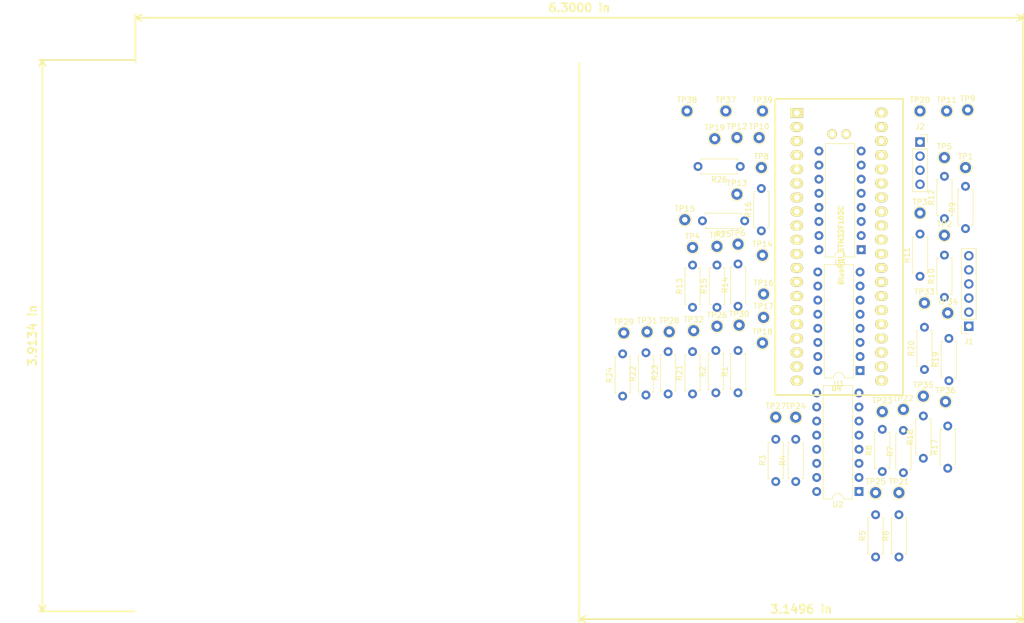
<source format=kicad_pcb>
(kicad_pcb (version 20171130) (host pcbnew 5.0.2+dfsg1-1~bpo9+1)

  (general
    (thickness 1.6)
    (drawings 3)
    (tracks 0)
    (zones 0)
    (modules 71)
    (nets 51)
  )

  (page A4)
  (layers
    (0 F.Cu signal)
    (31 B.Cu signal)
    (32 B.Adhes user)
    (33 F.Adhes user)
    (34 B.Paste user)
    (35 F.Paste user)
    (36 B.SilkS user)
    (37 F.SilkS user)
    (38 B.Mask user)
    (39 F.Mask user)
    (40 Dwgs.User user)
    (41 Cmts.User user)
    (42 Eco1.User user)
    (43 Eco2.User user)
    (44 Edge.Cuts user)
    (45 Margin user)
    (46 B.CrtYd user)
    (47 F.CrtYd user)
    (48 B.Fab user)
    (49 F.Fab user)
  )

  (setup
    (last_trace_width 0.25)
    (trace_clearance 0.2)
    (zone_clearance 0.508)
    (zone_45_only no)
    (trace_min 0.2)
    (segment_width 0.2)
    (edge_width 0.15)
    (via_size 0.8)
    (via_drill 0.4)
    (via_min_size 0.4)
    (via_min_drill 0.3)
    (uvia_size 0.3)
    (uvia_drill 0.1)
    (uvias_allowed no)
    (uvia_min_size 0.2)
    (uvia_min_drill 0.1)
    (pcb_text_width 0.3)
    (pcb_text_size 1.5 1.5)
    (mod_edge_width 0.15)
    (mod_text_size 1 1)
    (mod_text_width 0.15)
    (pad_size 1.524 1.524)
    (pad_drill 0.762)
    (pad_to_mask_clearance 0.051)
    (solder_mask_min_width 0.25)
    (aux_axis_origin 0 0)
    (visible_elements FFFFFF7F)
    (pcbplotparams
      (layerselection 0x010fc_ffffffff)
      (usegerberextensions false)
      (usegerberattributes false)
      (usegerberadvancedattributes false)
      (creategerberjobfile false)
      (excludeedgelayer true)
      (linewidth 0.100000)
      (plotframeref false)
      (viasonmask false)
      (mode 1)
      (useauxorigin false)
      (hpglpennumber 1)
      (hpglpenspeed 20)
      (hpglpendiameter 15.000000)
      (psnegative false)
      (psa4output false)
      (plotreference true)
      (plotvalue true)
      (plotinvisibletext false)
      (padsonsilk false)
      (subtractmaskfromsilk false)
      (outputformat 1)
      (mirror false)
      (drillshape 1)
      (scaleselection 1)
      (outputdirectory ""))
  )

  (net 0 "")
  (net 1 "Net-(TP10-Pad1)")
  (net 2 "Net-(TP12-Pad1)")
  (net 3 "Net-(R25-Pad1)")
  (net 4 "Net-(TP13-Pad1)")
  (net 5 "Net-(TP14-Pad1)")
  (net 6 "Net-(TP15-Pad1)")
  (net 7 "Net-(TP16-Pad1)")
  (net 8 "Net-(TP17-Pad1)")
  (net 9 "Net-(TP18-Pad1)")
  (net 10 GND)
  (net 11 "Net-(U1-Pad2)")
  (net 12 "Net-(U1-Pad15)")
  (net 13 "Net-(U1-Pad1)")
  (net 14 "Net-(U3-Pad9)")
  (net 15 "Net-(J1-Pad2)")
  (net 16 "Net-(J1-Pad3)")
  (net 17 "Net-(J2-Pad2)")
  (net 18 "Net-(J2-Pad1)")
  (net 19 "Net-(TP11-Pad1)")
  (net 20 "Net-(TP9-Pad1)")
  (net 21 "Net-(J1-Pad4)")
  (net 22 "Net-(R1-Pad2)")
  (net 23 "Net-(R2-Pad2)")
  (net 24 "Net-(R3-Pad2)")
  (net 25 "Net-(R4-Pad2)")
  (net 26 "Net-(R5-Pad2)")
  (net 27 "Net-(R6-Pad2)")
  (net 28 "Net-(R7-Pad2)")
  (net 29 "Net-(R8-Pad2)")
  (net 30 "Net-(R9-Pad2)")
  (net 31 "Net-(R10-Pad2)")
  (net 32 "Net-(R11-Pad2)")
  (net 33 "Net-(R12-Pad2)")
  (net 34 "Net-(R13-Pad2)")
  (net 35 "Net-(R14-Pad2)")
  (net 36 "Net-(R15-Pad2)")
  (net 37 "Net-(R16-Pad2)")
  (net 38 "Net-(R17-Pad2)")
  (net 39 "Net-(R18-Pad2)")
  (net 40 "Net-(R19-Pad2)")
  (net 41 "Net-(R20-Pad2)")
  (net 42 "Net-(R21-Pad2)")
  (net 43 "Net-(R22-Pad2)")
  (net 44 "Net-(R23-Pad2)")
  (net 45 "Net-(R24-Pad2)")
  (net 46 "Net-(R25-Pad2)")
  (net 47 "Net-(R26-Pad2)")
  (net 48 "Net-(U1-Pad10)")
  (net 49 "Net-(U1-Pad9)")
  (net 50 "Net-(TP20-Pad1)")

  (net_class Default "Ceci est la Netclass par défaut."
    (clearance 0.2)
    (trace_width 0.25)
    (via_dia 0.8)
    (via_drill 0.4)
    (uvia_dia 0.3)
    (uvia_drill 0.1)
    (add_net GND)
    (add_net "Net-(J1-Pad2)")
    (add_net "Net-(J1-Pad3)")
    (add_net "Net-(J1-Pad4)")
    (add_net "Net-(J2-Pad1)")
    (add_net "Net-(J2-Pad2)")
    (add_net "Net-(R1-Pad2)")
    (add_net "Net-(R10-Pad2)")
    (add_net "Net-(R11-Pad2)")
    (add_net "Net-(R12-Pad2)")
    (add_net "Net-(R13-Pad2)")
    (add_net "Net-(R14-Pad2)")
    (add_net "Net-(R15-Pad2)")
    (add_net "Net-(R16-Pad2)")
    (add_net "Net-(R17-Pad2)")
    (add_net "Net-(R18-Pad2)")
    (add_net "Net-(R19-Pad2)")
    (add_net "Net-(R2-Pad2)")
    (add_net "Net-(R20-Pad2)")
    (add_net "Net-(R21-Pad2)")
    (add_net "Net-(R22-Pad2)")
    (add_net "Net-(R23-Pad2)")
    (add_net "Net-(R24-Pad2)")
    (add_net "Net-(R25-Pad1)")
    (add_net "Net-(R25-Pad2)")
    (add_net "Net-(R26-Pad2)")
    (add_net "Net-(R3-Pad2)")
    (add_net "Net-(R4-Pad2)")
    (add_net "Net-(R5-Pad2)")
    (add_net "Net-(R6-Pad2)")
    (add_net "Net-(R7-Pad2)")
    (add_net "Net-(R8-Pad2)")
    (add_net "Net-(R9-Pad2)")
    (add_net "Net-(TP10-Pad1)")
    (add_net "Net-(TP11-Pad1)")
    (add_net "Net-(TP12-Pad1)")
    (add_net "Net-(TP13-Pad1)")
    (add_net "Net-(TP14-Pad1)")
    (add_net "Net-(TP15-Pad1)")
    (add_net "Net-(TP16-Pad1)")
    (add_net "Net-(TP17-Pad1)")
    (add_net "Net-(TP18-Pad1)")
    (add_net "Net-(TP20-Pad1)")
    (add_net "Net-(TP9-Pad1)")
    (add_net "Net-(U1-Pad1)")
    (add_net "Net-(U1-Pad10)")
    (add_net "Net-(U1-Pad15)")
    (add_net "Net-(U1-Pad2)")
    (add_net "Net-(U1-Pad9)")
    (add_net "Net-(U3-Pad9)")
  )

  (module BluePill_breakouts:BluePill_STM32F103C (layer F.Cu) (tedit 59B4EF3F) (tstamp 5DAE6B56)
    (at 221 32.8)
    (descr "STM32F103C8 BluePill board")
    (path /5D9F34AE)
    (fp_text reference U4 (at 7.1628 49.6062 180) (layer F.SilkS)
      (effects (font (size 0.889 0.889) (thickness 0.3048)))
    )
    (fp_text value BluePill_STM32F103C (at 7.9756 23.7998 90) (layer F.SilkS)
      (effects (font (size 0.889 0.889) (thickness 0.22225)))
    )
    (fp_line (start 19.12 -2.59) (end 19.12 50.81) (layer F.SilkS) (width 0.3048))
    (fp_line (start 19.12 50.81) (end -3.88 50.81) (layer F.SilkS) (width 0.3048))
    (fp_line (start -3.88 50.81) (end -3.88 -2.59) (layer F.SilkS) (width 0.3048))
    (fp_line (start -3.88 -2.59) (end 19.12 -2.59) (layer F.SilkS) (width 0.3048))
    (pad 1 thru_hole rect (at 0 -0.0508 270) (size 1.7272 2.25) (drill 1.016) (layers *.Cu *.Mask F.SilkS))
    (pad 2 thru_hole oval (at 0 2.4892 270) (size 1.7272 2.25) (drill 1.016) (layers *.Cu *.Mask F.SilkS))
    (pad 3 thru_hole oval (at 0 5.0292 270) (size 1.7272 2.25) (drill 1.016) (layers *.Cu *.Mask F.SilkS))
    (pad 4 thru_hole oval (at 0 7.5692 270) (size 1.7272 2.25) (drill 1.016) (layers *.Cu *.Mask F.SilkS))
    (pad 5 thru_hole oval (at 0 10.1092 270) (size 1.7272 2.25) (drill 1.016) (layers *.Cu *.Mask F.SilkS)
      (net 1 "Net-(TP10-Pad1)"))
    (pad 6 thru_hole oval (at 0 12.6492 270) (size 1.7272 2.25) (drill 1.016) (layers *.Cu *.Mask F.SilkS)
      (net 2 "Net-(TP12-Pad1)"))
    (pad 7 thru_hole oval (at 0 15.1892 270) (size 1.7272 2.25) (drill 1.016) (layers *.Cu *.Mask F.SilkS)
      (net 3 "Net-(R25-Pad1)"))
    (pad 8 thru_hole oval (at 0 17.7292 270) (size 1.7272 2.25) (drill 1.016) (layers *.Cu *.Mask F.SilkS))
    (pad 9 thru_hole oval (at 0 20.2692 270) (size 1.7272 2.25) (drill 1.016) (layers *.Cu *.Mask F.SilkS)
      (net 4 "Net-(TP13-Pad1)"))
    (pad 10 thru_hole oval (at 0 22.8092 270) (size 1.7272 2.25) (drill 1.016) (layers *.Cu *.Mask F.SilkS)
      (net 5 "Net-(TP14-Pad1)"))
    (pad 11 thru_hole oval (at 0 25.3492 270) (size 1.7272 2.25) (drill 1.016) (layers *.Cu *.Mask F.SilkS)
      (net 6 "Net-(TP15-Pad1)"))
    (pad 12 thru_hole oval (at 0 27.8892 270) (size 1.7272 2.25) (drill 1.016) (layers *.Cu *.Mask F.SilkS)
      (net 7 "Net-(TP16-Pad1)"))
    (pad 13 thru_hole oval (at 0 30.4292 270) (size 1.7272 2.25) (drill 1.016) (layers *.Cu *.Mask F.SilkS)
      (net 8 "Net-(TP17-Pad1)"))
    (pad 14 thru_hole oval (at 0 32.9692 270) (size 1.7272 2.25) (drill 1.016) (layers *.Cu *.Mask F.SilkS)
      (net 9 "Net-(TP18-Pad1)"))
    (pad 15 thru_hole oval (at 0 35.5092 270) (size 1.7272 2.25) (drill 1.016) (layers *.Cu *.Mask F.SilkS))
    (pad 16 thru_hole oval (at 0 38.0492 270) (size 1.7272 2.25) (drill 1.016) (layers *.Cu *.Mask F.SilkS))
    (pad 17 thru_hole oval (at 0 40.5892 270) (size 1.7272 2.25) (drill 1.016) (layers *.Cu *.Mask F.SilkS))
    (pad 18 thru_hole oval (at 0 43.1292 270) (size 1.7272 2.25) (drill 1.016) (layers *.Cu *.Mask F.SilkS)
      (net 21 "Net-(J1-Pad4)"))
    (pad 19 thru_hole oval (at 0 45.6692 270) (size 1.7272 2.25) (drill 1.016) (layers *.Cu *.Mask F.SilkS)
      (net 10 GND))
    (pad 20 thru_hole oval (at 0 48.2092 270) (size 1.7272 2.25) (drill 1.016) (layers *.Cu *.Mask F.SilkS)
      (net 10 GND))
    (pad 21 thru_hole oval (at 15.24 48.2092 90) (size 1.7272 2.25) (drill 1.016) (layers *.Cu *.Mask F.SilkS)
      (net 11 "Net-(U1-Pad2)"))
    (pad 22 thru_hole oval (at 15.24 45.6692 90) (size 1.7272 2.25) (drill 1.016) (layers *.Cu *.Mask F.SilkS)
      (net 12 "Net-(U1-Pad15)"))
    (pad 23 thru_hole oval (at 15.24 43.1292 90) (size 1.7272 2.25) (drill 1.016) (layers *.Cu *.Mask F.SilkS)
      (net 13 "Net-(U1-Pad1)"))
    (pad 24 thru_hole oval (at 15.24 40.5892 90) (size 1.7272 2.25) (drill 1.016) (layers *.Cu *.Mask F.SilkS)
      (net 14 "Net-(U3-Pad9)"))
    (pad 25 thru_hole oval (at 15.24 38.0492 90) (size 1.7272 2.25) (drill 1.016) (layers *.Cu *.Mask F.SilkS))
    (pad 26 thru_hole oval (at 15.24 35.5092 90) (size 1.7272 2.25) (drill 1.016) (layers *.Cu *.Mask F.SilkS)
      (net 15 "Net-(J1-Pad2)"))
    (pad 27 thru_hole oval (at 15.24 32.9692 90) (size 1.7272 2.25) (drill 1.016) (layers *.Cu *.Mask F.SilkS)
      (net 16 "Net-(J1-Pad3)"))
    (pad 28 thru_hole oval (at 15.24 30.4292 90) (size 1.7272 2.25) (drill 1.016) (layers *.Cu *.Mask F.SilkS))
    (pad 29 thru_hole oval (at 15.24 27.8892 90) (size 1.7272 2.25) (drill 1.016) (layers *.Cu *.Mask F.SilkS))
    (pad 30 thru_hole oval (at 15.24 25.3492 90) (size 1.7272 2.25) (drill 1.016) (layers *.Cu *.Mask F.SilkS))
    (pad 31 thru_hole oval (at 15.24 22.8092 90) (size 1.7272 2.25) (drill 1.016) (layers *.Cu *.Mask F.SilkS))
    (pad 32 thru_hole oval (at 15.24 20.2692 90) (size 1.7272 2.25) (drill 1.016) (layers *.Cu *.Mask F.SilkS))
    (pad 33 thru_hole oval (at 15.24 17.7292 90) (size 1.7272 2.25) (drill 1.016) (layers *.Cu *.Mask F.SilkS))
    (pad 34 thru_hole oval (at 15.24 15.1892 90) (size 1.7272 2.25) (drill 1.016) (layers *.Cu *.Mask F.SilkS)
      (net 17 "Net-(J2-Pad2)"))
    (pad 35 thru_hole oval (at 15.24 12.6492 90) (size 1.7272 2.25) (drill 1.016) (layers *.Cu *.Mask F.SilkS)
      (net 18 "Net-(J2-Pad1)"))
    (pad 36 thru_hole oval (at 15.24 10.1092 90) (size 1.7272 2.25) (drill 1.016) (layers *.Cu *.Mask F.SilkS)
      (net 19 "Net-(TP11-Pad1)"))
    (pad 37 thru_hole oval (at 15.24 7.5692 90) (size 1.7272 2.25) (drill 1.016) (layers *.Cu *.Mask F.SilkS)
      (net 20 "Net-(TP9-Pad1)"))
    (pad 38 thru_hole oval (at 15.24 5.0292 90) (size 1.7272 2.25) (drill 1.016) (layers *.Cu *.Mask F.SilkS)
      (net 50 "Net-(TP20-Pad1)"))
    (pad 39 thru_hole oval (at 15.24 2.4892 90) (size 1.7272 2.25) (drill 1.016) (layers *.Cu *.Mask F.SilkS)
      (net 10 GND))
    (pad 40 thru_hole oval (at 15.24 -0.1016 90) (size 1.7272 2.25) (drill 1.016) (layers *.Cu *.Mask F.SilkS)
      (net 21 "Net-(J1-Pad4)"))
    (pad 41 thru_hole oval (at 8.9 3.7592 90) (size 1.7272 1.7272) (drill 1.016) (layers *.Cu *.Mask F.SilkS))
    (pad 42 thru_hole oval (at 6.36 3.7592 90) (size 1.7272 1.7272) (drill 1.016) (layers *.Cu *.Mask F.SilkS))
  )

  (module Resistor_THT:R_Axial_DIN0207_L6.3mm_D2.5mm_P7.62mm_Horizontal (layer F.Cu) (tedit 5AE5139B) (tstamp 5DAE6FD0)
    (at 210.4 83.2 90)
    (descr "Resistor, Axial_DIN0207 series, Axial, Horizontal, pin pitch=7.62mm, 0.25W = 1/4W, length*diameter=6.3*2.5mm^2, http://cdn-reichelt.de/documents/datenblatt/B400/1_4W%23YAG.pdf")
    (tags "Resistor Axial_DIN0207 series Axial Horizontal pin pitch 7.62mm 0.25W = 1/4W length 6.3mm diameter 2.5mm")
    (path /5DAB1F4C)
    (fp_text reference R1 (at 3.81 -2.37 90) (layer F.SilkS)
      (effects (font (size 1 1) (thickness 0.15)))
    )
    (fp_text value R (at 3.81 2.37 90) (layer F.Fab)
      (effects (font (size 1 1) (thickness 0.15)))
    )
    (fp_text user %R (at 3.81 0 90) (layer F.Fab)
      (effects (font (size 1 1) (thickness 0.15)))
    )
    (fp_line (start 8.67 -1.5) (end -1.05 -1.5) (layer F.CrtYd) (width 0.05))
    (fp_line (start 8.67 1.5) (end 8.67 -1.5) (layer F.CrtYd) (width 0.05))
    (fp_line (start -1.05 1.5) (end 8.67 1.5) (layer F.CrtYd) (width 0.05))
    (fp_line (start -1.05 -1.5) (end -1.05 1.5) (layer F.CrtYd) (width 0.05))
    (fp_line (start 7.08 1.37) (end 7.08 1.04) (layer F.SilkS) (width 0.12))
    (fp_line (start 0.54 1.37) (end 7.08 1.37) (layer F.SilkS) (width 0.12))
    (fp_line (start 0.54 1.04) (end 0.54 1.37) (layer F.SilkS) (width 0.12))
    (fp_line (start 7.08 -1.37) (end 7.08 -1.04) (layer F.SilkS) (width 0.12))
    (fp_line (start 0.54 -1.37) (end 7.08 -1.37) (layer F.SilkS) (width 0.12))
    (fp_line (start 0.54 -1.04) (end 0.54 -1.37) (layer F.SilkS) (width 0.12))
    (fp_line (start 7.62 0) (end 6.96 0) (layer F.Fab) (width 0.1))
    (fp_line (start 0 0) (end 0.66 0) (layer F.Fab) (width 0.1))
    (fp_line (start 6.96 -1.25) (end 0.66 -1.25) (layer F.Fab) (width 0.1))
    (fp_line (start 6.96 1.25) (end 6.96 -1.25) (layer F.Fab) (width 0.1))
    (fp_line (start 0.66 1.25) (end 6.96 1.25) (layer F.Fab) (width 0.1))
    (fp_line (start 0.66 -1.25) (end 0.66 1.25) (layer F.Fab) (width 0.1))
    (pad 2 thru_hole oval (at 7.62 0 90) (size 1.6 1.6) (drill 0.8) (layers *.Cu *.Mask)
      (net 22 "Net-(R1-Pad2)"))
    (pad 1 thru_hole circle (at 0 0 90) (size 1.6 1.6) (drill 0.8) (layers *.Cu *.Mask)
      (net 21 "Net-(J1-Pad4)"))
    (model ${KISYS3DMOD}/Resistor_THT.3dshapes/R_Axial_DIN0207_L6.3mm_D2.5mm_P7.62mm_Horizontal.wrl
      (at (xyz 0 0 0))
      (scale (xyz 1 1 1))
      (rotate (xyz 0 0 0))
    )
  )

  (module Resistor_THT:R_Axial_DIN0207_L6.3mm_D2.5mm_P7.62mm_Horizontal (layer F.Cu) (tedit 5AE5139B) (tstamp 5DAE6FE7)
    (at 206.4 83.2 90)
    (descr "Resistor, Axial_DIN0207 series, Axial, Horizontal, pin pitch=7.62mm, 0.25W = 1/4W, length*diameter=6.3*2.5mm^2, http://cdn-reichelt.de/documents/datenblatt/B400/1_4W%23YAG.pdf")
    (tags "Resistor Axial_DIN0207 series Axial Horizontal pin pitch 7.62mm 0.25W = 1/4W length 6.3mm diameter 2.5mm")
    (path /5DAB1F53)
    (fp_text reference R2 (at 3.81 -2.37 90) (layer F.SilkS)
      (effects (font (size 1 1) (thickness 0.15)))
    )
    (fp_text value R (at 3.81 2.37 90) (layer F.Fab)
      (effects (font (size 1 1) (thickness 0.15)))
    )
    (fp_line (start 0.66 -1.25) (end 0.66 1.25) (layer F.Fab) (width 0.1))
    (fp_line (start 0.66 1.25) (end 6.96 1.25) (layer F.Fab) (width 0.1))
    (fp_line (start 6.96 1.25) (end 6.96 -1.25) (layer F.Fab) (width 0.1))
    (fp_line (start 6.96 -1.25) (end 0.66 -1.25) (layer F.Fab) (width 0.1))
    (fp_line (start 0 0) (end 0.66 0) (layer F.Fab) (width 0.1))
    (fp_line (start 7.62 0) (end 6.96 0) (layer F.Fab) (width 0.1))
    (fp_line (start 0.54 -1.04) (end 0.54 -1.37) (layer F.SilkS) (width 0.12))
    (fp_line (start 0.54 -1.37) (end 7.08 -1.37) (layer F.SilkS) (width 0.12))
    (fp_line (start 7.08 -1.37) (end 7.08 -1.04) (layer F.SilkS) (width 0.12))
    (fp_line (start 0.54 1.04) (end 0.54 1.37) (layer F.SilkS) (width 0.12))
    (fp_line (start 0.54 1.37) (end 7.08 1.37) (layer F.SilkS) (width 0.12))
    (fp_line (start 7.08 1.37) (end 7.08 1.04) (layer F.SilkS) (width 0.12))
    (fp_line (start -1.05 -1.5) (end -1.05 1.5) (layer F.CrtYd) (width 0.05))
    (fp_line (start -1.05 1.5) (end 8.67 1.5) (layer F.CrtYd) (width 0.05))
    (fp_line (start 8.67 1.5) (end 8.67 -1.5) (layer F.CrtYd) (width 0.05))
    (fp_line (start 8.67 -1.5) (end -1.05 -1.5) (layer F.CrtYd) (width 0.05))
    (fp_text user %R (at 3.81 0 90) (layer F.Fab)
      (effects (font (size 1 1) (thickness 0.15)))
    )
    (pad 1 thru_hole circle (at 0 0 90) (size 1.6 1.6) (drill 0.8) (layers *.Cu *.Mask)
      (net 21 "Net-(J1-Pad4)"))
    (pad 2 thru_hole oval (at 7.62 0 90) (size 1.6 1.6) (drill 0.8) (layers *.Cu *.Mask)
      (net 23 "Net-(R2-Pad2)"))
    (model ${KISYS3DMOD}/Resistor_THT.3dshapes/R_Axial_DIN0207_L6.3mm_D2.5mm_P7.62mm_Horizontal.wrl
      (at (xyz 0 0 0))
      (scale (xyz 1 1 1))
      (rotate (xyz 0 0 0))
    )
  )

  (module Resistor_THT:R_Axial_DIN0207_L6.3mm_D2.5mm_P7.62mm_Horizontal (layer F.Cu) (tedit 5AE5139B) (tstamp 5DAE6FFE)
    (at 217.2 99.2 90)
    (descr "Resistor, Axial_DIN0207 series, Axial, Horizontal, pin pitch=7.62mm, 0.25W = 1/4W, length*diameter=6.3*2.5mm^2, http://cdn-reichelt.de/documents/datenblatt/B400/1_4W%23YAG.pdf")
    (tags "Resistor Axial_DIN0207 series Axial Horizontal pin pitch 7.62mm 0.25W = 1/4W length 6.3mm diameter 2.5mm")
    (path /5DAB1F3E)
    (fp_text reference R3 (at 3.81 -2.37 90) (layer F.SilkS)
      (effects (font (size 1 1) (thickness 0.15)))
    )
    (fp_text value R (at 3.81 2.37 90) (layer F.Fab)
      (effects (font (size 1 1) (thickness 0.15)))
    )
    (fp_line (start 0.66 -1.25) (end 0.66 1.25) (layer F.Fab) (width 0.1))
    (fp_line (start 0.66 1.25) (end 6.96 1.25) (layer F.Fab) (width 0.1))
    (fp_line (start 6.96 1.25) (end 6.96 -1.25) (layer F.Fab) (width 0.1))
    (fp_line (start 6.96 -1.25) (end 0.66 -1.25) (layer F.Fab) (width 0.1))
    (fp_line (start 0 0) (end 0.66 0) (layer F.Fab) (width 0.1))
    (fp_line (start 7.62 0) (end 6.96 0) (layer F.Fab) (width 0.1))
    (fp_line (start 0.54 -1.04) (end 0.54 -1.37) (layer F.SilkS) (width 0.12))
    (fp_line (start 0.54 -1.37) (end 7.08 -1.37) (layer F.SilkS) (width 0.12))
    (fp_line (start 7.08 -1.37) (end 7.08 -1.04) (layer F.SilkS) (width 0.12))
    (fp_line (start 0.54 1.04) (end 0.54 1.37) (layer F.SilkS) (width 0.12))
    (fp_line (start 0.54 1.37) (end 7.08 1.37) (layer F.SilkS) (width 0.12))
    (fp_line (start 7.08 1.37) (end 7.08 1.04) (layer F.SilkS) (width 0.12))
    (fp_line (start -1.05 -1.5) (end -1.05 1.5) (layer F.CrtYd) (width 0.05))
    (fp_line (start -1.05 1.5) (end 8.67 1.5) (layer F.CrtYd) (width 0.05))
    (fp_line (start 8.67 1.5) (end 8.67 -1.5) (layer F.CrtYd) (width 0.05))
    (fp_line (start 8.67 -1.5) (end -1.05 -1.5) (layer F.CrtYd) (width 0.05))
    (fp_text user %R (at 3.81 0 90) (layer F.Fab)
      (effects (font (size 1 1) (thickness 0.15)))
    )
    (pad 1 thru_hole circle (at 0 0 90) (size 1.6 1.6) (drill 0.8) (layers *.Cu *.Mask)
      (net 21 "Net-(J1-Pad4)"))
    (pad 2 thru_hole oval (at 7.62 0 90) (size 1.6 1.6) (drill 0.8) (layers *.Cu *.Mask)
      (net 24 "Net-(R3-Pad2)"))
    (model ${KISYS3DMOD}/Resistor_THT.3dshapes/R_Axial_DIN0207_L6.3mm_D2.5mm_P7.62mm_Horizontal.wrl
      (at (xyz 0 0 0))
      (scale (xyz 1 1 1))
      (rotate (xyz 0 0 0))
    )
  )

  (module Resistor_THT:R_Axial_DIN0207_L6.3mm_D2.5mm_P7.62mm_Horizontal (layer F.Cu) (tedit 5AE5139B) (tstamp 5DAE7015)
    (at 220.8 99.2 90)
    (descr "Resistor, Axial_DIN0207 series, Axial, Horizontal, pin pitch=7.62mm, 0.25W = 1/4W, length*diameter=6.3*2.5mm^2, http://cdn-reichelt.de/documents/datenblatt/B400/1_4W%23YAG.pdf")
    (tags "Resistor Axial_DIN0207 series Axial Horizontal pin pitch 7.62mm 0.25W = 1/4W length 6.3mm diameter 2.5mm")
    (path /5DAB1F45)
    (fp_text reference R4 (at 3.81 -2.37 90) (layer F.SilkS)
      (effects (font (size 1 1) (thickness 0.15)))
    )
    (fp_text value R (at 3.81 2.37 90) (layer F.Fab)
      (effects (font (size 1 1) (thickness 0.15)))
    )
    (fp_line (start 0.66 -1.25) (end 0.66 1.25) (layer F.Fab) (width 0.1))
    (fp_line (start 0.66 1.25) (end 6.96 1.25) (layer F.Fab) (width 0.1))
    (fp_line (start 6.96 1.25) (end 6.96 -1.25) (layer F.Fab) (width 0.1))
    (fp_line (start 6.96 -1.25) (end 0.66 -1.25) (layer F.Fab) (width 0.1))
    (fp_line (start 0 0) (end 0.66 0) (layer F.Fab) (width 0.1))
    (fp_line (start 7.62 0) (end 6.96 0) (layer F.Fab) (width 0.1))
    (fp_line (start 0.54 -1.04) (end 0.54 -1.37) (layer F.SilkS) (width 0.12))
    (fp_line (start 0.54 -1.37) (end 7.08 -1.37) (layer F.SilkS) (width 0.12))
    (fp_line (start 7.08 -1.37) (end 7.08 -1.04) (layer F.SilkS) (width 0.12))
    (fp_line (start 0.54 1.04) (end 0.54 1.37) (layer F.SilkS) (width 0.12))
    (fp_line (start 0.54 1.37) (end 7.08 1.37) (layer F.SilkS) (width 0.12))
    (fp_line (start 7.08 1.37) (end 7.08 1.04) (layer F.SilkS) (width 0.12))
    (fp_line (start -1.05 -1.5) (end -1.05 1.5) (layer F.CrtYd) (width 0.05))
    (fp_line (start -1.05 1.5) (end 8.67 1.5) (layer F.CrtYd) (width 0.05))
    (fp_line (start 8.67 1.5) (end 8.67 -1.5) (layer F.CrtYd) (width 0.05))
    (fp_line (start 8.67 -1.5) (end -1.05 -1.5) (layer F.CrtYd) (width 0.05))
    (fp_text user %R (at 3.81 0 90) (layer F.Fab)
      (effects (font (size 1 1) (thickness 0.15)))
    )
    (pad 1 thru_hole circle (at 0 0 90) (size 1.6 1.6) (drill 0.8) (layers *.Cu *.Mask)
      (net 21 "Net-(J1-Pad4)"))
    (pad 2 thru_hole oval (at 7.62 0 90) (size 1.6 1.6) (drill 0.8) (layers *.Cu *.Mask)
      (net 25 "Net-(R4-Pad2)"))
    (model ${KISYS3DMOD}/Resistor_THT.3dshapes/R_Axial_DIN0207_L6.3mm_D2.5mm_P7.62mm_Horizontal.wrl
      (at (xyz 0 0 0))
      (scale (xyz 1 1 1))
      (rotate (xyz 0 0 0))
    )
  )

  (module Resistor_THT:R_Axial_DIN0207_L6.3mm_D2.5mm_P7.62mm_Horizontal (layer F.Cu) (tedit 5AE5139B) (tstamp 5DAE702C)
    (at 235.2 112.8 90)
    (descr "Resistor, Axial_DIN0207 series, Axial, Horizontal, pin pitch=7.62mm, 0.25W = 1/4W, length*diameter=6.3*2.5mm^2, http://cdn-reichelt.de/documents/datenblatt/B400/1_4W%23YAG.pdf")
    (tags "Resistor Axial_DIN0207 series Axial Horizontal pin pitch 7.62mm 0.25W = 1/4W length 6.3mm diameter 2.5mm")
    (path /5DAB1F22)
    (fp_text reference R5 (at 3.81 -2.37 90) (layer F.SilkS)
      (effects (font (size 1 1) (thickness 0.15)))
    )
    (fp_text value R (at 3.81 2.37 90) (layer F.Fab)
      (effects (font (size 1 1) (thickness 0.15)))
    )
    (fp_text user %R (at 3.81 0 90) (layer F.Fab)
      (effects (font (size 1 1) (thickness 0.15)))
    )
    (fp_line (start 8.67 -1.5) (end -1.05 -1.5) (layer F.CrtYd) (width 0.05))
    (fp_line (start 8.67 1.5) (end 8.67 -1.5) (layer F.CrtYd) (width 0.05))
    (fp_line (start -1.05 1.5) (end 8.67 1.5) (layer F.CrtYd) (width 0.05))
    (fp_line (start -1.05 -1.5) (end -1.05 1.5) (layer F.CrtYd) (width 0.05))
    (fp_line (start 7.08 1.37) (end 7.08 1.04) (layer F.SilkS) (width 0.12))
    (fp_line (start 0.54 1.37) (end 7.08 1.37) (layer F.SilkS) (width 0.12))
    (fp_line (start 0.54 1.04) (end 0.54 1.37) (layer F.SilkS) (width 0.12))
    (fp_line (start 7.08 -1.37) (end 7.08 -1.04) (layer F.SilkS) (width 0.12))
    (fp_line (start 0.54 -1.37) (end 7.08 -1.37) (layer F.SilkS) (width 0.12))
    (fp_line (start 0.54 -1.04) (end 0.54 -1.37) (layer F.SilkS) (width 0.12))
    (fp_line (start 7.62 0) (end 6.96 0) (layer F.Fab) (width 0.1))
    (fp_line (start 0 0) (end 0.66 0) (layer F.Fab) (width 0.1))
    (fp_line (start 6.96 -1.25) (end 0.66 -1.25) (layer F.Fab) (width 0.1))
    (fp_line (start 6.96 1.25) (end 6.96 -1.25) (layer F.Fab) (width 0.1))
    (fp_line (start 0.66 1.25) (end 6.96 1.25) (layer F.Fab) (width 0.1))
    (fp_line (start 0.66 -1.25) (end 0.66 1.25) (layer F.Fab) (width 0.1))
    (pad 2 thru_hole oval (at 7.62 0 90) (size 1.6 1.6) (drill 0.8) (layers *.Cu *.Mask)
      (net 26 "Net-(R5-Pad2)"))
    (pad 1 thru_hole circle (at 0 0 90) (size 1.6 1.6) (drill 0.8) (layers *.Cu *.Mask)
      (net 21 "Net-(J1-Pad4)"))
    (model ${KISYS3DMOD}/Resistor_THT.3dshapes/R_Axial_DIN0207_L6.3mm_D2.5mm_P7.62mm_Horizontal.wrl
      (at (xyz 0 0 0))
      (scale (xyz 1 1 1))
      (rotate (xyz 0 0 0))
    )
  )

  (module Resistor_THT:R_Axial_DIN0207_L6.3mm_D2.5mm_P7.62mm_Horizontal (layer F.Cu) (tedit 5AE5139B) (tstamp 5DAE7043)
    (at 239.4 112.8 90)
    (descr "Resistor, Axial_DIN0207 series, Axial, Horizontal, pin pitch=7.62mm, 0.25W = 1/4W, length*diameter=6.3*2.5mm^2, http://cdn-reichelt.de/documents/datenblatt/B400/1_4W%23YAG.pdf")
    (tags "Resistor Axial_DIN0207 series Axial Horizontal pin pitch 7.62mm 0.25W = 1/4W length 6.3mm diameter 2.5mm")
    (path /5DAB1F29)
    (fp_text reference R6 (at 3.81 -2.37 90) (layer F.SilkS)
      (effects (font (size 1 1) (thickness 0.15)))
    )
    (fp_text value R (at 3.81 2.37 90) (layer F.Fab)
      (effects (font (size 1 1) (thickness 0.15)))
    )
    (fp_line (start 0.66 -1.25) (end 0.66 1.25) (layer F.Fab) (width 0.1))
    (fp_line (start 0.66 1.25) (end 6.96 1.25) (layer F.Fab) (width 0.1))
    (fp_line (start 6.96 1.25) (end 6.96 -1.25) (layer F.Fab) (width 0.1))
    (fp_line (start 6.96 -1.25) (end 0.66 -1.25) (layer F.Fab) (width 0.1))
    (fp_line (start 0 0) (end 0.66 0) (layer F.Fab) (width 0.1))
    (fp_line (start 7.62 0) (end 6.96 0) (layer F.Fab) (width 0.1))
    (fp_line (start 0.54 -1.04) (end 0.54 -1.37) (layer F.SilkS) (width 0.12))
    (fp_line (start 0.54 -1.37) (end 7.08 -1.37) (layer F.SilkS) (width 0.12))
    (fp_line (start 7.08 -1.37) (end 7.08 -1.04) (layer F.SilkS) (width 0.12))
    (fp_line (start 0.54 1.04) (end 0.54 1.37) (layer F.SilkS) (width 0.12))
    (fp_line (start 0.54 1.37) (end 7.08 1.37) (layer F.SilkS) (width 0.12))
    (fp_line (start 7.08 1.37) (end 7.08 1.04) (layer F.SilkS) (width 0.12))
    (fp_line (start -1.05 -1.5) (end -1.05 1.5) (layer F.CrtYd) (width 0.05))
    (fp_line (start -1.05 1.5) (end 8.67 1.5) (layer F.CrtYd) (width 0.05))
    (fp_line (start 8.67 1.5) (end 8.67 -1.5) (layer F.CrtYd) (width 0.05))
    (fp_line (start 8.67 -1.5) (end -1.05 -1.5) (layer F.CrtYd) (width 0.05))
    (fp_text user %R (at 3.81 0 90) (layer F.Fab)
      (effects (font (size 1 1) (thickness 0.15)))
    )
    (pad 1 thru_hole circle (at 0 0 90) (size 1.6 1.6) (drill 0.8) (layers *.Cu *.Mask)
      (net 21 "Net-(J1-Pad4)"))
    (pad 2 thru_hole oval (at 7.62 0 90) (size 1.6 1.6) (drill 0.8) (layers *.Cu *.Mask)
      (net 27 "Net-(R6-Pad2)"))
    (model ${KISYS3DMOD}/Resistor_THT.3dshapes/R_Axial_DIN0207_L6.3mm_D2.5mm_P7.62mm_Horizontal.wrl
      (at (xyz 0 0 0))
      (scale (xyz 1 1 1))
      (rotate (xyz 0 0 0))
    )
  )

  (module Resistor_THT:R_Axial_DIN0207_L6.3mm_D2.5mm_P7.62mm_Horizontal (layer F.Cu) (tedit 5AE5139B) (tstamp 5DAE705A)
    (at 240.2 97.6 90)
    (descr "Resistor, Axial_DIN0207 series, Axial, Horizontal, pin pitch=7.62mm, 0.25W = 1/4W, length*diameter=6.3*2.5mm^2, http://cdn-reichelt.de/documents/datenblatt/B400/1_4W%23YAG.pdf")
    (tags "Resistor Axial_DIN0207 series Axial Horizontal pin pitch 7.62mm 0.25W = 1/4W length 6.3mm diameter 2.5mm")
    (path /5DAB1F30)
    (fp_text reference R7 (at 3.81 -2.37 90) (layer F.SilkS)
      (effects (font (size 1 1) (thickness 0.15)))
    )
    (fp_text value R (at 3.81 2.37 90) (layer F.Fab)
      (effects (font (size 1 1) (thickness 0.15)))
    )
    (fp_text user %R (at 3.81 0 90) (layer F.Fab)
      (effects (font (size 1 1) (thickness 0.15)))
    )
    (fp_line (start 8.67 -1.5) (end -1.05 -1.5) (layer F.CrtYd) (width 0.05))
    (fp_line (start 8.67 1.5) (end 8.67 -1.5) (layer F.CrtYd) (width 0.05))
    (fp_line (start -1.05 1.5) (end 8.67 1.5) (layer F.CrtYd) (width 0.05))
    (fp_line (start -1.05 -1.5) (end -1.05 1.5) (layer F.CrtYd) (width 0.05))
    (fp_line (start 7.08 1.37) (end 7.08 1.04) (layer F.SilkS) (width 0.12))
    (fp_line (start 0.54 1.37) (end 7.08 1.37) (layer F.SilkS) (width 0.12))
    (fp_line (start 0.54 1.04) (end 0.54 1.37) (layer F.SilkS) (width 0.12))
    (fp_line (start 7.08 -1.37) (end 7.08 -1.04) (layer F.SilkS) (width 0.12))
    (fp_line (start 0.54 -1.37) (end 7.08 -1.37) (layer F.SilkS) (width 0.12))
    (fp_line (start 0.54 -1.04) (end 0.54 -1.37) (layer F.SilkS) (width 0.12))
    (fp_line (start 7.62 0) (end 6.96 0) (layer F.Fab) (width 0.1))
    (fp_line (start 0 0) (end 0.66 0) (layer F.Fab) (width 0.1))
    (fp_line (start 6.96 -1.25) (end 0.66 -1.25) (layer F.Fab) (width 0.1))
    (fp_line (start 6.96 1.25) (end 6.96 -1.25) (layer F.Fab) (width 0.1))
    (fp_line (start 0.66 1.25) (end 6.96 1.25) (layer F.Fab) (width 0.1))
    (fp_line (start 0.66 -1.25) (end 0.66 1.25) (layer F.Fab) (width 0.1))
    (pad 2 thru_hole oval (at 7.62 0 90) (size 1.6 1.6) (drill 0.8) (layers *.Cu *.Mask)
      (net 28 "Net-(R7-Pad2)"))
    (pad 1 thru_hole circle (at 0 0 90) (size 1.6 1.6) (drill 0.8) (layers *.Cu *.Mask)
      (net 21 "Net-(J1-Pad4)"))
    (model ${KISYS3DMOD}/Resistor_THT.3dshapes/R_Axial_DIN0207_L6.3mm_D2.5mm_P7.62mm_Horizontal.wrl
      (at (xyz 0 0 0))
      (scale (xyz 1 1 1))
      (rotate (xyz 0 0 0))
    )
  )

  (module Resistor_THT:R_Axial_DIN0207_L6.3mm_D2.5mm_P7.62mm_Horizontal (layer F.Cu) (tedit 5AE5139B) (tstamp 5DAE7071)
    (at 236.4 97.4 90)
    (descr "Resistor, Axial_DIN0207 series, Axial, Horizontal, pin pitch=7.62mm, 0.25W = 1/4W, length*diameter=6.3*2.5mm^2, http://cdn-reichelt.de/documents/datenblatt/B400/1_4W%23YAG.pdf")
    (tags "Resistor Axial_DIN0207 series Axial Horizontal pin pitch 7.62mm 0.25W = 1/4W length 6.3mm diameter 2.5mm")
    (path /5DAB1F37)
    (fp_text reference R8 (at 3.81 -2.37 90) (layer F.SilkS)
      (effects (font (size 1 1) (thickness 0.15)))
    )
    (fp_text value R (at 3.81 2.37 90) (layer F.Fab)
      (effects (font (size 1 1) (thickness 0.15)))
    )
    (fp_text user %R (at 3.81 0 90) (layer F.Fab)
      (effects (font (size 1 1) (thickness 0.15)))
    )
    (fp_line (start 8.67 -1.5) (end -1.05 -1.5) (layer F.CrtYd) (width 0.05))
    (fp_line (start 8.67 1.5) (end 8.67 -1.5) (layer F.CrtYd) (width 0.05))
    (fp_line (start -1.05 1.5) (end 8.67 1.5) (layer F.CrtYd) (width 0.05))
    (fp_line (start -1.05 -1.5) (end -1.05 1.5) (layer F.CrtYd) (width 0.05))
    (fp_line (start 7.08 1.37) (end 7.08 1.04) (layer F.SilkS) (width 0.12))
    (fp_line (start 0.54 1.37) (end 7.08 1.37) (layer F.SilkS) (width 0.12))
    (fp_line (start 0.54 1.04) (end 0.54 1.37) (layer F.SilkS) (width 0.12))
    (fp_line (start 7.08 -1.37) (end 7.08 -1.04) (layer F.SilkS) (width 0.12))
    (fp_line (start 0.54 -1.37) (end 7.08 -1.37) (layer F.SilkS) (width 0.12))
    (fp_line (start 0.54 -1.04) (end 0.54 -1.37) (layer F.SilkS) (width 0.12))
    (fp_line (start 7.62 0) (end 6.96 0) (layer F.Fab) (width 0.1))
    (fp_line (start 0 0) (end 0.66 0) (layer F.Fab) (width 0.1))
    (fp_line (start 6.96 -1.25) (end 0.66 -1.25) (layer F.Fab) (width 0.1))
    (fp_line (start 6.96 1.25) (end 6.96 -1.25) (layer F.Fab) (width 0.1))
    (fp_line (start 0.66 1.25) (end 6.96 1.25) (layer F.Fab) (width 0.1))
    (fp_line (start 0.66 -1.25) (end 0.66 1.25) (layer F.Fab) (width 0.1))
    (pad 2 thru_hole oval (at 7.62 0 90) (size 1.6 1.6) (drill 0.8) (layers *.Cu *.Mask)
      (net 29 "Net-(R8-Pad2)"))
    (pad 1 thru_hole circle (at 0 0 90) (size 1.6 1.6) (drill 0.8) (layers *.Cu *.Mask)
      (net 21 "Net-(J1-Pad4)"))
    (model ${KISYS3DMOD}/Resistor_THT.3dshapes/R_Axial_DIN0207_L6.3mm_D2.5mm_P7.62mm_Horizontal.wrl
      (at (xyz 0 0 0))
      (scale (xyz 1 1 1))
      (rotate (xyz 0 0 0))
    )
  )

  (module Resistor_THT:R_Axial_DIN0207_L6.3mm_D2.5mm_P7.62mm_Horizontal (layer F.Cu) (tedit 5AE5139B) (tstamp 5DAE7088)
    (at 251.4 53.6 90)
    (descr "Resistor, Axial_DIN0207 series, Axial, Horizontal, pin pitch=7.62mm, 0.25W = 1/4W, length*diameter=6.3*2.5mm^2, http://cdn-reichelt.de/documents/datenblatt/B400/1_4W%23YAG.pdf")
    (tags "Resistor Axial_DIN0207 series Axial Horizontal pin pitch 7.62mm 0.25W = 1/4W length 6.3mm diameter 2.5mm")
    (path /5DA20969)
    (fp_text reference R9 (at 3.81 -2.37 90) (layer F.SilkS)
      (effects (font (size 1 1) (thickness 0.15)))
    )
    (fp_text value R (at 3.81 2.37 90) (layer F.Fab)
      (effects (font (size 1 1) (thickness 0.15)))
    )
    (fp_text user %R (at 3.81 0 90) (layer F.Fab)
      (effects (font (size 1 1) (thickness 0.15)))
    )
    (fp_line (start 8.67 -1.5) (end -1.05 -1.5) (layer F.CrtYd) (width 0.05))
    (fp_line (start 8.67 1.5) (end 8.67 -1.5) (layer F.CrtYd) (width 0.05))
    (fp_line (start -1.05 1.5) (end 8.67 1.5) (layer F.CrtYd) (width 0.05))
    (fp_line (start -1.05 -1.5) (end -1.05 1.5) (layer F.CrtYd) (width 0.05))
    (fp_line (start 7.08 1.37) (end 7.08 1.04) (layer F.SilkS) (width 0.12))
    (fp_line (start 0.54 1.37) (end 7.08 1.37) (layer F.SilkS) (width 0.12))
    (fp_line (start 0.54 1.04) (end 0.54 1.37) (layer F.SilkS) (width 0.12))
    (fp_line (start 7.08 -1.37) (end 7.08 -1.04) (layer F.SilkS) (width 0.12))
    (fp_line (start 0.54 -1.37) (end 7.08 -1.37) (layer F.SilkS) (width 0.12))
    (fp_line (start 0.54 -1.04) (end 0.54 -1.37) (layer F.SilkS) (width 0.12))
    (fp_line (start 7.62 0) (end 6.96 0) (layer F.Fab) (width 0.1))
    (fp_line (start 0 0) (end 0.66 0) (layer F.Fab) (width 0.1))
    (fp_line (start 6.96 -1.25) (end 0.66 -1.25) (layer F.Fab) (width 0.1))
    (fp_line (start 6.96 1.25) (end 6.96 -1.25) (layer F.Fab) (width 0.1))
    (fp_line (start 0.66 1.25) (end 6.96 1.25) (layer F.Fab) (width 0.1))
    (fp_line (start 0.66 -1.25) (end 0.66 1.25) (layer F.Fab) (width 0.1))
    (pad 2 thru_hole oval (at 7.62 0 90) (size 1.6 1.6) (drill 0.8) (layers *.Cu *.Mask)
      (net 30 "Net-(R9-Pad2)"))
    (pad 1 thru_hole circle (at 0 0 90) (size 1.6 1.6) (drill 0.8) (layers *.Cu *.Mask)
      (net 21 "Net-(J1-Pad4)"))
    (model ${KISYS3DMOD}/Resistor_THT.3dshapes/R_Axial_DIN0207_L6.3mm_D2.5mm_P7.62mm_Horizontal.wrl
      (at (xyz 0 0 0))
      (scale (xyz 1 1 1))
      (rotate (xyz 0 0 0))
    )
  )

  (module Resistor_THT:R_Axial_DIN0207_L6.3mm_D2.5mm_P7.62mm_Horizontal (layer F.Cu) (tedit 5AE5139B) (tstamp 5DAE709F)
    (at 247.6 66 90)
    (descr "Resistor, Axial_DIN0207 series, Axial, Horizontal, pin pitch=7.62mm, 0.25W = 1/4W, length*diameter=6.3*2.5mm^2, http://cdn-reichelt.de/documents/datenblatt/B400/1_4W%23YAG.pdf")
    (tags "Resistor Axial_DIN0207 series Axial Horizontal pin pitch 7.62mm 0.25W = 1/4W length 6.3mm diameter 2.5mm")
    (path /5DA20962)
    (fp_text reference R10 (at 3.81 -2.37 90) (layer F.SilkS)
      (effects (font (size 1 1) (thickness 0.15)))
    )
    (fp_text value R (at 3.81 2.37 90) (layer F.Fab)
      (effects (font (size 1 1) (thickness 0.15)))
    )
    (fp_line (start 0.66 -1.25) (end 0.66 1.25) (layer F.Fab) (width 0.1))
    (fp_line (start 0.66 1.25) (end 6.96 1.25) (layer F.Fab) (width 0.1))
    (fp_line (start 6.96 1.25) (end 6.96 -1.25) (layer F.Fab) (width 0.1))
    (fp_line (start 6.96 -1.25) (end 0.66 -1.25) (layer F.Fab) (width 0.1))
    (fp_line (start 0 0) (end 0.66 0) (layer F.Fab) (width 0.1))
    (fp_line (start 7.62 0) (end 6.96 0) (layer F.Fab) (width 0.1))
    (fp_line (start 0.54 -1.04) (end 0.54 -1.37) (layer F.SilkS) (width 0.12))
    (fp_line (start 0.54 -1.37) (end 7.08 -1.37) (layer F.SilkS) (width 0.12))
    (fp_line (start 7.08 -1.37) (end 7.08 -1.04) (layer F.SilkS) (width 0.12))
    (fp_line (start 0.54 1.04) (end 0.54 1.37) (layer F.SilkS) (width 0.12))
    (fp_line (start 0.54 1.37) (end 7.08 1.37) (layer F.SilkS) (width 0.12))
    (fp_line (start 7.08 1.37) (end 7.08 1.04) (layer F.SilkS) (width 0.12))
    (fp_line (start -1.05 -1.5) (end -1.05 1.5) (layer F.CrtYd) (width 0.05))
    (fp_line (start -1.05 1.5) (end 8.67 1.5) (layer F.CrtYd) (width 0.05))
    (fp_line (start 8.67 1.5) (end 8.67 -1.5) (layer F.CrtYd) (width 0.05))
    (fp_line (start 8.67 -1.5) (end -1.05 -1.5) (layer F.CrtYd) (width 0.05))
    (fp_text user %R (at 3.81 0 90) (layer F.Fab)
      (effects (font (size 1 1) (thickness 0.15)))
    )
    (pad 1 thru_hole circle (at 0 0 90) (size 1.6 1.6) (drill 0.8) (layers *.Cu *.Mask)
      (net 21 "Net-(J1-Pad4)"))
    (pad 2 thru_hole oval (at 7.62 0 90) (size 1.6 1.6) (drill 0.8) (layers *.Cu *.Mask)
      (net 31 "Net-(R10-Pad2)"))
    (model ${KISYS3DMOD}/Resistor_THT.3dshapes/R_Axial_DIN0207_L6.3mm_D2.5mm_P7.62mm_Horizontal.wrl
      (at (xyz 0 0 0))
      (scale (xyz 1 1 1))
      (rotate (xyz 0 0 0))
    )
  )

  (module Resistor_THT:R_Axial_DIN0207_L6.3mm_D2.5mm_P7.62mm_Horizontal (layer F.Cu) (tedit 5AE5139B) (tstamp 5DAE70B6)
    (at 243.2 62.2 90)
    (descr "Resistor, Axial_DIN0207 series, Axial, Horizontal, pin pitch=7.62mm, 0.25W = 1/4W, length*diameter=6.3*2.5mm^2, http://cdn-reichelt.de/documents/datenblatt/B400/1_4W%23YAG.pdf")
    (tags "Resistor Axial_DIN0207 series Axial Horizontal pin pitch 7.62mm 0.25W = 1/4W length 6.3mm diameter 2.5mm")
    (path /5DA20870)
    (fp_text reference R11 (at 3.81 -2.37 90) (layer F.SilkS)
      (effects (font (size 1 1) (thickness 0.15)))
    )
    (fp_text value R (at 3.81 2.37 90) (layer F.Fab)
      (effects (font (size 1 1) (thickness 0.15)))
    )
    (fp_text user %R (at 3.81 0 90) (layer F.Fab)
      (effects (font (size 1 1) (thickness 0.15)))
    )
    (fp_line (start 8.67 -1.5) (end -1.05 -1.5) (layer F.CrtYd) (width 0.05))
    (fp_line (start 8.67 1.5) (end 8.67 -1.5) (layer F.CrtYd) (width 0.05))
    (fp_line (start -1.05 1.5) (end 8.67 1.5) (layer F.CrtYd) (width 0.05))
    (fp_line (start -1.05 -1.5) (end -1.05 1.5) (layer F.CrtYd) (width 0.05))
    (fp_line (start 7.08 1.37) (end 7.08 1.04) (layer F.SilkS) (width 0.12))
    (fp_line (start 0.54 1.37) (end 7.08 1.37) (layer F.SilkS) (width 0.12))
    (fp_line (start 0.54 1.04) (end 0.54 1.37) (layer F.SilkS) (width 0.12))
    (fp_line (start 7.08 -1.37) (end 7.08 -1.04) (layer F.SilkS) (width 0.12))
    (fp_line (start 0.54 -1.37) (end 7.08 -1.37) (layer F.SilkS) (width 0.12))
    (fp_line (start 0.54 -1.04) (end 0.54 -1.37) (layer F.SilkS) (width 0.12))
    (fp_line (start 7.62 0) (end 6.96 0) (layer F.Fab) (width 0.1))
    (fp_line (start 0 0) (end 0.66 0) (layer F.Fab) (width 0.1))
    (fp_line (start 6.96 -1.25) (end 0.66 -1.25) (layer F.Fab) (width 0.1))
    (fp_line (start 6.96 1.25) (end 6.96 -1.25) (layer F.Fab) (width 0.1))
    (fp_line (start 0.66 1.25) (end 6.96 1.25) (layer F.Fab) (width 0.1))
    (fp_line (start 0.66 -1.25) (end 0.66 1.25) (layer F.Fab) (width 0.1))
    (pad 2 thru_hole oval (at 7.62 0 90) (size 1.6 1.6) (drill 0.8) (layers *.Cu *.Mask)
      (net 32 "Net-(R11-Pad2)"))
    (pad 1 thru_hole circle (at 0 0 90) (size 1.6 1.6) (drill 0.8) (layers *.Cu *.Mask)
      (net 21 "Net-(J1-Pad4)"))
    (model ${KISYS3DMOD}/Resistor_THT.3dshapes/R_Axial_DIN0207_L6.3mm_D2.5mm_P7.62mm_Horizontal.wrl
      (at (xyz 0 0 0))
      (scale (xyz 1 1 1))
      (rotate (xyz 0 0 0))
    )
  )

  (module Resistor_THT:R_Axial_DIN0207_L6.3mm_D2.5mm_P7.62mm_Horizontal (layer F.Cu) (tedit 5AE5139B) (tstamp 5DAE70CD)
    (at 247.6 51.8 90)
    (descr "Resistor, Axial_DIN0207 series, Axial, Horizontal, pin pitch=7.62mm, 0.25W = 1/4W, length*diameter=6.3*2.5mm^2, http://cdn-reichelt.de/documents/datenblatt/B400/1_4W%23YAG.pdf")
    (tags "Resistor Axial_DIN0207 series Axial Horizontal pin pitch 7.62mm 0.25W = 1/4W length 6.3mm diameter 2.5mm")
    (path /5DA207DD)
    (fp_text reference R12 (at 3.81 -2.37 90) (layer F.SilkS)
      (effects (font (size 1 1) (thickness 0.15)))
    )
    (fp_text value R (at 3.81 2.37 90) (layer F.Fab)
      (effects (font (size 1 1) (thickness 0.15)))
    )
    (fp_line (start 0.66 -1.25) (end 0.66 1.25) (layer F.Fab) (width 0.1))
    (fp_line (start 0.66 1.25) (end 6.96 1.25) (layer F.Fab) (width 0.1))
    (fp_line (start 6.96 1.25) (end 6.96 -1.25) (layer F.Fab) (width 0.1))
    (fp_line (start 6.96 -1.25) (end 0.66 -1.25) (layer F.Fab) (width 0.1))
    (fp_line (start 0 0) (end 0.66 0) (layer F.Fab) (width 0.1))
    (fp_line (start 7.62 0) (end 6.96 0) (layer F.Fab) (width 0.1))
    (fp_line (start 0.54 -1.04) (end 0.54 -1.37) (layer F.SilkS) (width 0.12))
    (fp_line (start 0.54 -1.37) (end 7.08 -1.37) (layer F.SilkS) (width 0.12))
    (fp_line (start 7.08 -1.37) (end 7.08 -1.04) (layer F.SilkS) (width 0.12))
    (fp_line (start 0.54 1.04) (end 0.54 1.37) (layer F.SilkS) (width 0.12))
    (fp_line (start 0.54 1.37) (end 7.08 1.37) (layer F.SilkS) (width 0.12))
    (fp_line (start 7.08 1.37) (end 7.08 1.04) (layer F.SilkS) (width 0.12))
    (fp_line (start -1.05 -1.5) (end -1.05 1.5) (layer F.CrtYd) (width 0.05))
    (fp_line (start -1.05 1.5) (end 8.67 1.5) (layer F.CrtYd) (width 0.05))
    (fp_line (start 8.67 1.5) (end 8.67 -1.5) (layer F.CrtYd) (width 0.05))
    (fp_line (start 8.67 -1.5) (end -1.05 -1.5) (layer F.CrtYd) (width 0.05))
    (fp_text user %R (at 3.81 0 90) (layer F.Fab)
      (effects (font (size 1 1) (thickness 0.15)))
    )
    (pad 1 thru_hole circle (at 0 0 90) (size 1.6 1.6) (drill 0.8) (layers *.Cu *.Mask)
      (net 21 "Net-(J1-Pad4)"))
    (pad 2 thru_hole oval (at 7.62 0 90) (size 1.6 1.6) (drill 0.8) (layers *.Cu *.Mask)
      (net 33 "Net-(R12-Pad2)"))
    (model ${KISYS3DMOD}/Resistor_THT.3dshapes/R_Axial_DIN0207_L6.3mm_D2.5mm_P7.62mm_Horizontal.wrl
      (at (xyz 0 0 0))
      (scale (xyz 1 1 1))
      (rotate (xyz 0 0 0))
    )
  )

  (module Resistor_THT:R_Axial_DIN0207_L6.3mm_D2.5mm_P7.62mm_Horizontal (layer F.Cu) (tedit 5AE5139B) (tstamp 5DAE70E4)
    (at 202.2 67.8 90)
    (descr "Resistor, Axial_DIN0207 series, Axial, Horizontal, pin pitch=7.62mm, 0.25W = 1/4W, length*diameter=6.3*2.5mm^2, http://cdn-reichelt.de/documents/datenblatt/B400/1_4W%23YAG.pdf")
    (tags "Resistor Axial_DIN0207 series Axial Horizontal pin pitch 7.62mm 0.25W = 1/4W length 6.3mm diameter 2.5mm")
    (path /5DA229C6)
    (fp_text reference R13 (at 3.81 -2.37 90) (layer F.SilkS)
      (effects (font (size 1 1) (thickness 0.15)))
    )
    (fp_text value R (at 3.81 2.37 90) (layer F.Fab)
      (effects (font (size 1 1) (thickness 0.15)))
    )
    (fp_text user %R (at 3.81 0 90) (layer F.Fab)
      (effects (font (size 1 1) (thickness 0.15)))
    )
    (fp_line (start 8.67 -1.5) (end -1.05 -1.5) (layer F.CrtYd) (width 0.05))
    (fp_line (start 8.67 1.5) (end 8.67 -1.5) (layer F.CrtYd) (width 0.05))
    (fp_line (start -1.05 1.5) (end 8.67 1.5) (layer F.CrtYd) (width 0.05))
    (fp_line (start -1.05 -1.5) (end -1.05 1.5) (layer F.CrtYd) (width 0.05))
    (fp_line (start 7.08 1.37) (end 7.08 1.04) (layer F.SilkS) (width 0.12))
    (fp_line (start 0.54 1.37) (end 7.08 1.37) (layer F.SilkS) (width 0.12))
    (fp_line (start 0.54 1.04) (end 0.54 1.37) (layer F.SilkS) (width 0.12))
    (fp_line (start 7.08 -1.37) (end 7.08 -1.04) (layer F.SilkS) (width 0.12))
    (fp_line (start 0.54 -1.37) (end 7.08 -1.37) (layer F.SilkS) (width 0.12))
    (fp_line (start 0.54 -1.04) (end 0.54 -1.37) (layer F.SilkS) (width 0.12))
    (fp_line (start 7.62 0) (end 6.96 0) (layer F.Fab) (width 0.1))
    (fp_line (start 0 0) (end 0.66 0) (layer F.Fab) (width 0.1))
    (fp_line (start 6.96 -1.25) (end 0.66 -1.25) (layer F.Fab) (width 0.1))
    (fp_line (start 6.96 1.25) (end 6.96 -1.25) (layer F.Fab) (width 0.1))
    (fp_line (start 0.66 1.25) (end 6.96 1.25) (layer F.Fab) (width 0.1))
    (fp_line (start 0.66 -1.25) (end 0.66 1.25) (layer F.Fab) (width 0.1))
    (pad 2 thru_hole oval (at 7.62 0 90) (size 1.6 1.6) (drill 0.8) (layers *.Cu *.Mask)
      (net 34 "Net-(R13-Pad2)"))
    (pad 1 thru_hole circle (at 0 0 90) (size 1.6 1.6) (drill 0.8) (layers *.Cu *.Mask)
      (net 21 "Net-(J1-Pad4)"))
    (model ${KISYS3DMOD}/Resistor_THT.3dshapes/R_Axial_DIN0207_L6.3mm_D2.5mm_P7.62mm_Horizontal.wrl
      (at (xyz 0 0 0))
      (scale (xyz 1 1 1))
      (rotate (xyz 0 0 0))
    )
  )

  (module Resistor_THT:R_Axial_DIN0207_L6.3mm_D2.5mm_P7.62mm_Horizontal (layer F.Cu) (tedit 5AE5139B) (tstamp 5DAE70FB)
    (at 210.4 67.6 90)
    (descr "Resistor, Axial_DIN0207 series, Axial, Horizontal, pin pitch=7.62mm, 0.25W = 1/4W, length*diameter=6.3*2.5mm^2, http://cdn-reichelt.de/documents/datenblatt/B400/1_4W%23YAG.pdf")
    (tags "Resistor Axial_DIN0207 series Axial Horizontal pin pitch 7.62mm 0.25W = 1/4W length 6.3mm diameter 2.5mm")
    (path /5DA229BF)
    (fp_text reference R14 (at 3.81 -2.37 90) (layer F.SilkS)
      (effects (font (size 1 1) (thickness 0.15)))
    )
    (fp_text value R (at 3.81 2.37 90) (layer F.Fab)
      (effects (font (size 1 1) (thickness 0.15)))
    )
    (fp_line (start 0.66 -1.25) (end 0.66 1.25) (layer F.Fab) (width 0.1))
    (fp_line (start 0.66 1.25) (end 6.96 1.25) (layer F.Fab) (width 0.1))
    (fp_line (start 6.96 1.25) (end 6.96 -1.25) (layer F.Fab) (width 0.1))
    (fp_line (start 6.96 -1.25) (end 0.66 -1.25) (layer F.Fab) (width 0.1))
    (fp_line (start 0 0) (end 0.66 0) (layer F.Fab) (width 0.1))
    (fp_line (start 7.62 0) (end 6.96 0) (layer F.Fab) (width 0.1))
    (fp_line (start 0.54 -1.04) (end 0.54 -1.37) (layer F.SilkS) (width 0.12))
    (fp_line (start 0.54 -1.37) (end 7.08 -1.37) (layer F.SilkS) (width 0.12))
    (fp_line (start 7.08 -1.37) (end 7.08 -1.04) (layer F.SilkS) (width 0.12))
    (fp_line (start 0.54 1.04) (end 0.54 1.37) (layer F.SilkS) (width 0.12))
    (fp_line (start 0.54 1.37) (end 7.08 1.37) (layer F.SilkS) (width 0.12))
    (fp_line (start 7.08 1.37) (end 7.08 1.04) (layer F.SilkS) (width 0.12))
    (fp_line (start -1.05 -1.5) (end -1.05 1.5) (layer F.CrtYd) (width 0.05))
    (fp_line (start -1.05 1.5) (end 8.67 1.5) (layer F.CrtYd) (width 0.05))
    (fp_line (start 8.67 1.5) (end 8.67 -1.5) (layer F.CrtYd) (width 0.05))
    (fp_line (start 8.67 -1.5) (end -1.05 -1.5) (layer F.CrtYd) (width 0.05))
    (fp_text user %R (at 3.81 0 90) (layer F.Fab)
      (effects (font (size 1 1) (thickness 0.15)))
    )
    (pad 1 thru_hole circle (at 0 0 90) (size 1.6 1.6) (drill 0.8) (layers *.Cu *.Mask)
      (net 21 "Net-(J1-Pad4)"))
    (pad 2 thru_hole oval (at 7.62 0 90) (size 1.6 1.6) (drill 0.8) (layers *.Cu *.Mask)
      (net 35 "Net-(R14-Pad2)"))
    (model ${KISYS3DMOD}/Resistor_THT.3dshapes/R_Axial_DIN0207_L6.3mm_D2.5mm_P7.62mm_Horizontal.wrl
      (at (xyz 0 0 0))
      (scale (xyz 1 1 1))
      (rotate (xyz 0 0 0))
    )
  )

  (module Resistor_THT:R_Axial_DIN0207_L6.3mm_D2.5mm_P7.62mm_Horizontal (layer F.Cu) (tedit 5AE5139B) (tstamp 5DAE7112)
    (at 206.6 67.8 90)
    (descr "Resistor, Axial_DIN0207 series, Axial, Horizontal, pin pitch=7.62mm, 0.25W = 1/4W, length*diameter=6.3*2.5mm^2, http://cdn-reichelt.de/documents/datenblatt/B400/1_4W%23YAG.pdf")
    (tags "Resistor Axial_DIN0207 series Axial Horizontal pin pitch 7.62mm 0.25W = 1/4W length 6.3mm diameter 2.5mm")
    (path /5DA24A03)
    (fp_text reference R15 (at 3.81 -2.37 90) (layer F.SilkS)
      (effects (font (size 1 1) (thickness 0.15)))
    )
    (fp_text value R (at 3.81 2.37 90) (layer F.Fab)
      (effects (font (size 1 1) (thickness 0.15)))
    )
    (fp_text user %R (at 3.81 0 90) (layer F.Fab)
      (effects (font (size 1 1) (thickness 0.15)))
    )
    (fp_line (start 8.67 -1.5) (end -1.05 -1.5) (layer F.CrtYd) (width 0.05))
    (fp_line (start 8.67 1.5) (end 8.67 -1.5) (layer F.CrtYd) (width 0.05))
    (fp_line (start -1.05 1.5) (end 8.67 1.5) (layer F.CrtYd) (width 0.05))
    (fp_line (start -1.05 -1.5) (end -1.05 1.5) (layer F.CrtYd) (width 0.05))
    (fp_line (start 7.08 1.37) (end 7.08 1.04) (layer F.SilkS) (width 0.12))
    (fp_line (start 0.54 1.37) (end 7.08 1.37) (layer F.SilkS) (width 0.12))
    (fp_line (start 0.54 1.04) (end 0.54 1.37) (layer F.SilkS) (width 0.12))
    (fp_line (start 7.08 -1.37) (end 7.08 -1.04) (layer F.SilkS) (width 0.12))
    (fp_line (start 0.54 -1.37) (end 7.08 -1.37) (layer F.SilkS) (width 0.12))
    (fp_line (start 0.54 -1.04) (end 0.54 -1.37) (layer F.SilkS) (width 0.12))
    (fp_line (start 7.62 0) (end 6.96 0) (layer F.Fab) (width 0.1))
    (fp_line (start 0 0) (end 0.66 0) (layer F.Fab) (width 0.1))
    (fp_line (start 6.96 -1.25) (end 0.66 -1.25) (layer F.Fab) (width 0.1))
    (fp_line (start 6.96 1.25) (end 6.96 -1.25) (layer F.Fab) (width 0.1))
    (fp_line (start 0.66 1.25) (end 6.96 1.25) (layer F.Fab) (width 0.1))
    (fp_line (start 0.66 -1.25) (end 0.66 1.25) (layer F.Fab) (width 0.1))
    (pad 2 thru_hole oval (at 7.62 0 90) (size 1.6 1.6) (drill 0.8) (layers *.Cu *.Mask)
      (net 36 "Net-(R15-Pad2)"))
    (pad 1 thru_hole circle (at 0 0 90) (size 1.6 1.6) (drill 0.8) (layers *.Cu *.Mask)
      (net 21 "Net-(J1-Pad4)"))
    (model ${KISYS3DMOD}/Resistor_THT.3dshapes/R_Axial_DIN0207_L6.3mm_D2.5mm_P7.62mm_Horizontal.wrl
      (at (xyz 0 0 0))
      (scale (xyz 1 1 1))
      (rotate (xyz 0 0 0))
    )
  )

  (module Resistor_THT:R_Axial_DIN0207_L6.3mm_D2.5mm_P7.62mm_Horizontal (layer F.Cu) (tedit 5AE5139B) (tstamp 5DAE7129)
    (at 214.6 54 90)
    (descr "Resistor, Axial_DIN0207 series, Axial, Horizontal, pin pitch=7.62mm, 0.25W = 1/4W, length*diameter=6.3*2.5mm^2, http://cdn-reichelt.de/documents/datenblatt/B400/1_4W%23YAG.pdf")
    (tags "Resistor Axial_DIN0207 series Axial Horizontal pin pitch 7.62mm 0.25W = 1/4W length 6.3mm diameter 2.5mm")
    (path /5DA249FC)
    (fp_text reference R16 (at 3.81 -2.37 90) (layer F.SilkS)
      (effects (font (size 1 1) (thickness 0.15)))
    )
    (fp_text value R (at 3.81 2.37 90) (layer F.Fab)
      (effects (font (size 1 1) (thickness 0.15)))
    )
    (fp_line (start 0.66 -1.25) (end 0.66 1.25) (layer F.Fab) (width 0.1))
    (fp_line (start 0.66 1.25) (end 6.96 1.25) (layer F.Fab) (width 0.1))
    (fp_line (start 6.96 1.25) (end 6.96 -1.25) (layer F.Fab) (width 0.1))
    (fp_line (start 6.96 -1.25) (end 0.66 -1.25) (layer F.Fab) (width 0.1))
    (fp_line (start 0 0) (end 0.66 0) (layer F.Fab) (width 0.1))
    (fp_line (start 7.62 0) (end 6.96 0) (layer F.Fab) (width 0.1))
    (fp_line (start 0.54 -1.04) (end 0.54 -1.37) (layer F.SilkS) (width 0.12))
    (fp_line (start 0.54 -1.37) (end 7.08 -1.37) (layer F.SilkS) (width 0.12))
    (fp_line (start 7.08 -1.37) (end 7.08 -1.04) (layer F.SilkS) (width 0.12))
    (fp_line (start 0.54 1.04) (end 0.54 1.37) (layer F.SilkS) (width 0.12))
    (fp_line (start 0.54 1.37) (end 7.08 1.37) (layer F.SilkS) (width 0.12))
    (fp_line (start 7.08 1.37) (end 7.08 1.04) (layer F.SilkS) (width 0.12))
    (fp_line (start -1.05 -1.5) (end -1.05 1.5) (layer F.CrtYd) (width 0.05))
    (fp_line (start -1.05 1.5) (end 8.67 1.5) (layer F.CrtYd) (width 0.05))
    (fp_line (start 8.67 1.5) (end 8.67 -1.5) (layer F.CrtYd) (width 0.05))
    (fp_line (start 8.67 -1.5) (end -1.05 -1.5) (layer F.CrtYd) (width 0.05))
    (fp_text user %R (at 3.81 0 90) (layer F.Fab)
      (effects (font (size 1 1) (thickness 0.15)))
    )
    (pad 1 thru_hole circle (at 0 0 90) (size 1.6 1.6) (drill 0.8) (layers *.Cu *.Mask)
      (net 21 "Net-(J1-Pad4)"))
    (pad 2 thru_hole oval (at 7.62 0 90) (size 1.6 1.6) (drill 0.8) (layers *.Cu *.Mask)
      (net 37 "Net-(R16-Pad2)"))
    (model ${KISYS3DMOD}/Resistor_THT.3dshapes/R_Axial_DIN0207_L6.3mm_D2.5mm_P7.62mm_Horizontal.wrl
      (at (xyz 0 0 0))
      (scale (xyz 1 1 1))
      (rotate (xyz 0 0 0))
    )
  )

  (module Resistor_THT:R_Axial_DIN0207_L6.3mm_D2.5mm_P7.62mm_Horizontal (layer F.Cu) (tedit 5AE5139B) (tstamp 5DAE7140)
    (at 248.2 96.8 90)
    (descr "Resistor, Axial_DIN0207 series, Axial, Horizontal, pin pitch=7.62mm, 0.25W = 1/4W, length*diameter=6.3*2.5mm^2, http://cdn-reichelt.de/documents/datenblatt/B400/1_4W%23YAG.pdf")
    (tags "Resistor Axial_DIN0207 series Axial Horizontal pin pitch 7.62mm 0.25W = 1/4W length 6.3mm diameter 2.5mm")
    (path /5DA47EDB)
    (fp_text reference R17 (at 3.81 -2.37 90) (layer F.SilkS)
      (effects (font (size 1 1) (thickness 0.15)))
    )
    (fp_text value R (at 3.81 2.37 90) (layer F.Fab)
      (effects (font (size 1 1) (thickness 0.15)))
    )
    (fp_text user %R (at 3.81 0 90) (layer F.Fab)
      (effects (font (size 1 1) (thickness 0.15)))
    )
    (fp_line (start 8.67 -1.5) (end -1.05 -1.5) (layer F.CrtYd) (width 0.05))
    (fp_line (start 8.67 1.5) (end 8.67 -1.5) (layer F.CrtYd) (width 0.05))
    (fp_line (start -1.05 1.5) (end 8.67 1.5) (layer F.CrtYd) (width 0.05))
    (fp_line (start -1.05 -1.5) (end -1.05 1.5) (layer F.CrtYd) (width 0.05))
    (fp_line (start 7.08 1.37) (end 7.08 1.04) (layer F.SilkS) (width 0.12))
    (fp_line (start 0.54 1.37) (end 7.08 1.37) (layer F.SilkS) (width 0.12))
    (fp_line (start 0.54 1.04) (end 0.54 1.37) (layer F.SilkS) (width 0.12))
    (fp_line (start 7.08 -1.37) (end 7.08 -1.04) (layer F.SilkS) (width 0.12))
    (fp_line (start 0.54 -1.37) (end 7.08 -1.37) (layer F.SilkS) (width 0.12))
    (fp_line (start 0.54 -1.04) (end 0.54 -1.37) (layer F.SilkS) (width 0.12))
    (fp_line (start 7.62 0) (end 6.96 0) (layer F.Fab) (width 0.1))
    (fp_line (start 0 0) (end 0.66 0) (layer F.Fab) (width 0.1))
    (fp_line (start 6.96 -1.25) (end 0.66 -1.25) (layer F.Fab) (width 0.1))
    (fp_line (start 6.96 1.25) (end 6.96 -1.25) (layer F.Fab) (width 0.1))
    (fp_line (start 0.66 1.25) (end 6.96 1.25) (layer F.Fab) (width 0.1))
    (fp_line (start 0.66 -1.25) (end 0.66 1.25) (layer F.Fab) (width 0.1))
    (pad 2 thru_hole oval (at 7.62 0 90) (size 1.6 1.6) (drill 0.8) (layers *.Cu *.Mask)
      (net 38 "Net-(R17-Pad2)"))
    (pad 1 thru_hole circle (at 0 0 90) (size 1.6 1.6) (drill 0.8) (layers *.Cu *.Mask)
      (net 21 "Net-(J1-Pad4)"))
    (model ${KISYS3DMOD}/Resistor_THT.3dshapes/R_Axial_DIN0207_L6.3mm_D2.5mm_P7.62mm_Horizontal.wrl
      (at (xyz 0 0 0))
      (scale (xyz 1 1 1))
      (rotate (xyz 0 0 0))
    )
  )

  (module Resistor_THT:R_Axial_DIN0207_L6.3mm_D2.5mm_P7.62mm_Horizontal (layer F.Cu) (tedit 5AE5139B) (tstamp 5DAE7157)
    (at 243.8 95 90)
    (descr "Resistor, Axial_DIN0207 series, Axial, Horizontal, pin pitch=7.62mm, 0.25W = 1/4W, length*diameter=6.3*2.5mm^2, http://cdn-reichelt.de/documents/datenblatt/B400/1_4W%23YAG.pdf")
    (tags "Resistor Axial_DIN0207 series Axial Horizontal pin pitch 7.62mm 0.25W = 1/4W length 6.3mm diameter 2.5mm")
    (path /5DA47ED4)
    (fp_text reference R18 (at 3.81 -2.37 90) (layer F.SilkS)
      (effects (font (size 1 1) (thickness 0.15)))
    )
    (fp_text value R (at 3.81 2.37 90) (layer F.Fab)
      (effects (font (size 1 1) (thickness 0.15)))
    )
    (fp_line (start 0.66 -1.25) (end 0.66 1.25) (layer F.Fab) (width 0.1))
    (fp_line (start 0.66 1.25) (end 6.96 1.25) (layer F.Fab) (width 0.1))
    (fp_line (start 6.96 1.25) (end 6.96 -1.25) (layer F.Fab) (width 0.1))
    (fp_line (start 6.96 -1.25) (end 0.66 -1.25) (layer F.Fab) (width 0.1))
    (fp_line (start 0 0) (end 0.66 0) (layer F.Fab) (width 0.1))
    (fp_line (start 7.62 0) (end 6.96 0) (layer F.Fab) (width 0.1))
    (fp_line (start 0.54 -1.04) (end 0.54 -1.37) (layer F.SilkS) (width 0.12))
    (fp_line (start 0.54 -1.37) (end 7.08 -1.37) (layer F.SilkS) (width 0.12))
    (fp_line (start 7.08 -1.37) (end 7.08 -1.04) (layer F.SilkS) (width 0.12))
    (fp_line (start 0.54 1.04) (end 0.54 1.37) (layer F.SilkS) (width 0.12))
    (fp_line (start 0.54 1.37) (end 7.08 1.37) (layer F.SilkS) (width 0.12))
    (fp_line (start 7.08 1.37) (end 7.08 1.04) (layer F.SilkS) (width 0.12))
    (fp_line (start -1.05 -1.5) (end -1.05 1.5) (layer F.CrtYd) (width 0.05))
    (fp_line (start -1.05 1.5) (end 8.67 1.5) (layer F.CrtYd) (width 0.05))
    (fp_line (start 8.67 1.5) (end 8.67 -1.5) (layer F.CrtYd) (width 0.05))
    (fp_line (start 8.67 -1.5) (end -1.05 -1.5) (layer F.CrtYd) (width 0.05))
    (fp_text user %R (at 3.81 0 90) (layer F.Fab)
      (effects (font (size 1 1) (thickness 0.15)))
    )
    (pad 1 thru_hole circle (at 0 0 90) (size 1.6 1.6) (drill 0.8) (layers *.Cu *.Mask)
      (net 21 "Net-(J1-Pad4)"))
    (pad 2 thru_hole oval (at 7.62 0 90) (size 1.6 1.6) (drill 0.8) (layers *.Cu *.Mask)
      (net 39 "Net-(R18-Pad2)"))
    (model ${KISYS3DMOD}/Resistor_THT.3dshapes/R_Axial_DIN0207_L6.3mm_D2.5mm_P7.62mm_Horizontal.wrl
      (at (xyz 0 0 0))
      (scale (xyz 1 1 1))
      (rotate (xyz 0 0 0))
    )
  )

  (module Resistor_THT:R_Axial_DIN0207_L6.3mm_D2.5mm_P7.62mm_Horizontal (layer F.Cu) (tedit 5AE5139B) (tstamp 5DAE716E)
    (at 248.4 81.02 90)
    (descr "Resistor, Axial_DIN0207 series, Axial, Horizontal, pin pitch=7.62mm, 0.25W = 1/4W, length*diameter=6.3*2.5mm^2, http://cdn-reichelt.de/documents/datenblatt/B400/1_4W%23YAG.pdf")
    (tags "Resistor Axial_DIN0207 series Axial Horizontal pin pitch 7.62mm 0.25W = 1/4W length 6.3mm diameter 2.5mm")
    (path /5DA47ECD)
    (fp_text reference R19 (at 3.81 -2.37 90) (layer F.SilkS)
      (effects (font (size 1 1) (thickness 0.15)))
    )
    (fp_text value R (at 3.81 2.37 90) (layer F.Fab)
      (effects (font (size 1 1) (thickness 0.15)))
    )
    (fp_text user %R (at 3.81 0 90) (layer F.Fab)
      (effects (font (size 1 1) (thickness 0.15)))
    )
    (fp_line (start 8.67 -1.5) (end -1.05 -1.5) (layer F.CrtYd) (width 0.05))
    (fp_line (start 8.67 1.5) (end 8.67 -1.5) (layer F.CrtYd) (width 0.05))
    (fp_line (start -1.05 1.5) (end 8.67 1.5) (layer F.CrtYd) (width 0.05))
    (fp_line (start -1.05 -1.5) (end -1.05 1.5) (layer F.CrtYd) (width 0.05))
    (fp_line (start 7.08 1.37) (end 7.08 1.04) (layer F.SilkS) (width 0.12))
    (fp_line (start 0.54 1.37) (end 7.08 1.37) (layer F.SilkS) (width 0.12))
    (fp_line (start 0.54 1.04) (end 0.54 1.37) (layer F.SilkS) (width 0.12))
    (fp_line (start 7.08 -1.37) (end 7.08 -1.04) (layer F.SilkS) (width 0.12))
    (fp_line (start 0.54 -1.37) (end 7.08 -1.37) (layer F.SilkS) (width 0.12))
    (fp_line (start 0.54 -1.04) (end 0.54 -1.37) (layer F.SilkS) (width 0.12))
    (fp_line (start 7.62 0) (end 6.96 0) (layer F.Fab) (width 0.1))
    (fp_line (start 0 0) (end 0.66 0) (layer F.Fab) (width 0.1))
    (fp_line (start 6.96 -1.25) (end 0.66 -1.25) (layer F.Fab) (width 0.1))
    (fp_line (start 6.96 1.25) (end 6.96 -1.25) (layer F.Fab) (width 0.1))
    (fp_line (start 0.66 1.25) (end 6.96 1.25) (layer F.Fab) (width 0.1))
    (fp_line (start 0.66 -1.25) (end 0.66 1.25) (layer F.Fab) (width 0.1))
    (pad 2 thru_hole oval (at 7.62 0 90) (size 1.6 1.6) (drill 0.8) (layers *.Cu *.Mask)
      (net 40 "Net-(R19-Pad2)"))
    (pad 1 thru_hole circle (at 0 0 90) (size 1.6 1.6) (drill 0.8) (layers *.Cu *.Mask)
      (net 21 "Net-(J1-Pad4)"))
    (model ${KISYS3DMOD}/Resistor_THT.3dshapes/R_Axial_DIN0207_L6.3mm_D2.5mm_P7.62mm_Horizontal.wrl
      (at (xyz 0 0 0))
      (scale (xyz 1 1 1))
      (rotate (xyz 0 0 0))
    )
  )

  (module Resistor_THT:R_Axial_DIN0207_L6.3mm_D2.5mm_P7.62mm_Horizontal (layer F.Cu) (tedit 5AE5139B) (tstamp 5DAE7185)
    (at 244 79 90)
    (descr "Resistor, Axial_DIN0207 series, Axial, Horizontal, pin pitch=7.62mm, 0.25W = 1/4W, length*diameter=6.3*2.5mm^2, http://cdn-reichelt.de/documents/datenblatt/B400/1_4W%23YAG.pdf")
    (tags "Resistor Axial_DIN0207 series Axial Horizontal pin pitch 7.62mm 0.25W = 1/4W length 6.3mm diameter 2.5mm")
    (path /5DA47EC6)
    (fp_text reference R20 (at 3.81 -2.37 90) (layer F.SilkS)
      (effects (font (size 1 1) (thickness 0.15)))
    )
    (fp_text value R (at 3.81 2.37 90) (layer F.Fab)
      (effects (font (size 1 1) (thickness 0.15)))
    )
    (fp_line (start 0.66 -1.25) (end 0.66 1.25) (layer F.Fab) (width 0.1))
    (fp_line (start 0.66 1.25) (end 6.96 1.25) (layer F.Fab) (width 0.1))
    (fp_line (start 6.96 1.25) (end 6.96 -1.25) (layer F.Fab) (width 0.1))
    (fp_line (start 6.96 -1.25) (end 0.66 -1.25) (layer F.Fab) (width 0.1))
    (fp_line (start 0 0) (end 0.66 0) (layer F.Fab) (width 0.1))
    (fp_line (start 7.62 0) (end 6.96 0) (layer F.Fab) (width 0.1))
    (fp_line (start 0.54 -1.04) (end 0.54 -1.37) (layer F.SilkS) (width 0.12))
    (fp_line (start 0.54 -1.37) (end 7.08 -1.37) (layer F.SilkS) (width 0.12))
    (fp_line (start 7.08 -1.37) (end 7.08 -1.04) (layer F.SilkS) (width 0.12))
    (fp_line (start 0.54 1.04) (end 0.54 1.37) (layer F.SilkS) (width 0.12))
    (fp_line (start 0.54 1.37) (end 7.08 1.37) (layer F.SilkS) (width 0.12))
    (fp_line (start 7.08 1.37) (end 7.08 1.04) (layer F.SilkS) (width 0.12))
    (fp_line (start -1.05 -1.5) (end -1.05 1.5) (layer F.CrtYd) (width 0.05))
    (fp_line (start -1.05 1.5) (end 8.67 1.5) (layer F.CrtYd) (width 0.05))
    (fp_line (start 8.67 1.5) (end 8.67 -1.5) (layer F.CrtYd) (width 0.05))
    (fp_line (start 8.67 -1.5) (end -1.05 -1.5) (layer F.CrtYd) (width 0.05))
    (fp_text user %R (at 3.81 0 90) (layer F.Fab)
      (effects (font (size 1 1) (thickness 0.15)))
    )
    (pad 1 thru_hole circle (at 0 0 90) (size 1.6 1.6) (drill 0.8) (layers *.Cu *.Mask)
      (net 21 "Net-(J1-Pad4)"))
    (pad 2 thru_hole oval (at 7.62 0 90) (size 1.6 1.6) (drill 0.8) (layers *.Cu *.Mask)
      (net 41 "Net-(R20-Pad2)"))
    (model ${KISYS3DMOD}/Resistor_THT.3dshapes/R_Axial_DIN0207_L6.3mm_D2.5mm_P7.62mm_Horizontal.wrl
      (at (xyz 0 0 0))
      (scale (xyz 1 1 1))
      (rotate (xyz 0 0 0))
    )
  )

  (module Resistor_THT:R_Axial_DIN0207_L6.3mm_D2.5mm_P7.62mm_Horizontal (layer F.Cu) (tedit 5AE5139B) (tstamp 5DAE719C)
    (at 202.2 83.4 90)
    (descr "Resistor, Axial_DIN0207 series, Axial, Horizontal, pin pitch=7.62mm, 0.25W = 1/4W, length*diameter=6.3*2.5mm^2, http://cdn-reichelt.de/documents/datenblatt/B400/1_4W%23YAG.pdf")
    (tags "Resistor Axial_DIN0207 series Axial Horizontal pin pitch 7.62mm 0.25W = 1/4W length 6.3mm diameter 2.5mm")
    (path /5DA47EE9)
    (fp_text reference R21 (at 3.81 -2.37 90) (layer F.SilkS)
      (effects (font (size 1 1) (thickness 0.15)))
    )
    (fp_text value R (at 3.81 2.37 90) (layer F.Fab)
      (effects (font (size 1 1) (thickness 0.15)))
    )
    (fp_line (start 0.66 -1.25) (end 0.66 1.25) (layer F.Fab) (width 0.1))
    (fp_line (start 0.66 1.25) (end 6.96 1.25) (layer F.Fab) (width 0.1))
    (fp_line (start 6.96 1.25) (end 6.96 -1.25) (layer F.Fab) (width 0.1))
    (fp_line (start 6.96 -1.25) (end 0.66 -1.25) (layer F.Fab) (width 0.1))
    (fp_line (start 0 0) (end 0.66 0) (layer F.Fab) (width 0.1))
    (fp_line (start 7.62 0) (end 6.96 0) (layer F.Fab) (width 0.1))
    (fp_line (start 0.54 -1.04) (end 0.54 -1.37) (layer F.SilkS) (width 0.12))
    (fp_line (start 0.54 -1.37) (end 7.08 -1.37) (layer F.SilkS) (width 0.12))
    (fp_line (start 7.08 -1.37) (end 7.08 -1.04) (layer F.SilkS) (width 0.12))
    (fp_line (start 0.54 1.04) (end 0.54 1.37) (layer F.SilkS) (width 0.12))
    (fp_line (start 0.54 1.37) (end 7.08 1.37) (layer F.SilkS) (width 0.12))
    (fp_line (start 7.08 1.37) (end 7.08 1.04) (layer F.SilkS) (width 0.12))
    (fp_line (start -1.05 -1.5) (end -1.05 1.5) (layer F.CrtYd) (width 0.05))
    (fp_line (start -1.05 1.5) (end 8.67 1.5) (layer F.CrtYd) (width 0.05))
    (fp_line (start 8.67 1.5) (end 8.67 -1.5) (layer F.CrtYd) (width 0.05))
    (fp_line (start 8.67 -1.5) (end -1.05 -1.5) (layer F.CrtYd) (width 0.05))
    (fp_text user %R (at 3.81 0 90) (layer F.Fab)
      (effects (font (size 1 1) (thickness 0.15)))
    )
    (pad 1 thru_hole circle (at 0 0 90) (size 1.6 1.6) (drill 0.8) (layers *.Cu *.Mask)
      (net 21 "Net-(J1-Pad4)"))
    (pad 2 thru_hole oval (at 7.62 0 90) (size 1.6 1.6) (drill 0.8) (layers *.Cu *.Mask)
      (net 42 "Net-(R21-Pad2)"))
    (model ${KISYS3DMOD}/Resistor_THT.3dshapes/R_Axial_DIN0207_L6.3mm_D2.5mm_P7.62mm_Horizontal.wrl
      (at (xyz 0 0 0))
      (scale (xyz 1 1 1))
      (rotate (xyz 0 0 0))
    )
  )

  (module Resistor_THT:R_Axial_DIN0207_L6.3mm_D2.5mm_P7.62mm_Horizontal (layer F.Cu) (tedit 5AE5139B) (tstamp 5DAE71B3)
    (at 193.8 83.6 90)
    (descr "Resistor, Axial_DIN0207 series, Axial, Horizontal, pin pitch=7.62mm, 0.25W = 1/4W, length*diameter=6.3*2.5mm^2, http://cdn-reichelt.de/documents/datenblatt/B400/1_4W%23YAG.pdf")
    (tags "Resistor Axial_DIN0207 series Axial Horizontal pin pitch 7.62mm 0.25W = 1/4W length 6.3mm diameter 2.5mm")
    (path /5DA47EE2)
    (fp_text reference R22 (at 3.81 -2.37 90) (layer F.SilkS)
      (effects (font (size 1 1) (thickness 0.15)))
    )
    (fp_text value R (at 3.81 2.37 90) (layer F.Fab)
      (effects (font (size 1 1) (thickness 0.15)))
    )
    (fp_text user %R (at 3.81 0 90) (layer F.Fab)
      (effects (font (size 1 1) (thickness 0.15)))
    )
    (fp_line (start 8.67 -1.5) (end -1.05 -1.5) (layer F.CrtYd) (width 0.05))
    (fp_line (start 8.67 1.5) (end 8.67 -1.5) (layer F.CrtYd) (width 0.05))
    (fp_line (start -1.05 1.5) (end 8.67 1.5) (layer F.CrtYd) (width 0.05))
    (fp_line (start -1.05 -1.5) (end -1.05 1.5) (layer F.CrtYd) (width 0.05))
    (fp_line (start 7.08 1.37) (end 7.08 1.04) (layer F.SilkS) (width 0.12))
    (fp_line (start 0.54 1.37) (end 7.08 1.37) (layer F.SilkS) (width 0.12))
    (fp_line (start 0.54 1.04) (end 0.54 1.37) (layer F.SilkS) (width 0.12))
    (fp_line (start 7.08 -1.37) (end 7.08 -1.04) (layer F.SilkS) (width 0.12))
    (fp_line (start 0.54 -1.37) (end 7.08 -1.37) (layer F.SilkS) (width 0.12))
    (fp_line (start 0.54 -1.04) (end 0.54 -1.37) (layer F.SilkS) (width 0.12))
    (fp_line (start 7.62 0) (end 6.96 0) (layer F.Fab) (width 0.1))
    (fp_line (start 0 0) (end 0.66 0) (layer F.Fab) (width 0.1))
    (fp_line (start 6.96 -1.25) (end 0.66 -1.25) (layer F.Fab) (width 0.1))
    (fp_line (start 6.96 1.25) (end 6.96 -1.25) (layer F.Fab) (width 0.1))
    (fp_line (start 0.66 1.25) (end 6.96 1.25) (layer F.Fab) (width 0.1))
    (fp_line (start 0.66 -1.25) (end 0.66 1.25) (layer F.Fab) (width 0.1))
    (pad 2 thru_hole oval (at 7.62 0 90) (size 1.6 1.6) (drill 0.8) (layers *.Cu *.Mask)
      (net 43 "Net-(R22-Pad2)"))
    (pad 1 thru_hole circle (at 0 0 90) (size 1.6 1.6) (drill 0.8) (layers *.Cu *.Mask)
      (net 21 "Net-(J1-Pad4)"))
    (model ${KISYS3DMOD}/Resistor_THT.3dshapes/R_Axial_DIN0207_L6.3mm_D2.5mm_P7.62mm_Horizontal.wrl
      (at (xyz 0 0 0))
      (scale (xyz 1 1 1))
      (rotate (xyz 0 0 0))
    )
  )

  (module Resistor_THT:R_Axial_DIN0207_L6.3mm_D2.5mm_P7.62mm_Horizontal (layer F.Cu) (tedit 5AE5139B) (tstamp 5DAE71CA)
    (at 197.8 83.4 90)
    (descr "Resistor, Axial_DIN0207 series, Axial, Horizontal, pin pitch=7.62mm, 0.25W = 1/4W, length*diameter=6.3*2.5mm^2, http://cdn-reichelt.de/documents/datenblatt/B400/1_4W%23YAG.pdf")
    (tags "Resistor Axial_DIN0207 series Axial Horizontal pin pitch 7.62mm 0.25W = 1/4W length 6.3mm diameter 2.5mm")
    (path /5DA47EF7)
    (fp_text reference R23 (at 3.81 -2.37 90) (layer F.SilkS)
      (effects (font (size 1 1) (thickness 0.15)))
    )
    (fp_text value R (at 3.81 2.37 90) (layer F.Fab)
      (effects (font (size 1 1) (thickness 0.15)))
    )
    (fp_line (start 0.66 -1.25) (end 0.66 1.25) (layer F.Fab) (width 0.1))
    (fp_line (start 0.66 1.25) (end 6.96 1.25) (layer F.Fab) (width 0.1))
    (fp_line (start 6.96 1.25) (end 6.96 -1.25) (layer F.Fab) (width 0.1))
    (fp_line (start 6.96 -1.25) (end 0.66 -1.25) (layer F.Fab) (width 0.1))
    (fp_line (start 0 0) (end 0.66 0) (layer F.Fab) (width 0.1))
    (fp_line (start 7.62 0) (end 6.96 0) (layer F.Fab) (width 0.1))
    (fp_line (start 0.54 -1.04) (end 0.54 -1.37) (layer F.SilkS) (width 0.12))
    (fp_line (start 0.54 -1.37) (end 7.08 -1.37) (layer F.SilkS) (width 0.12))
    (fp_line (start 7.08 -1.37) (end 7.08 -1.04) (layer F.SilkS) (width 0.12))
    (fp_line (start 0.54 1.04) (end 0.54 1.37) (layer F.SilkS) (width 0.12))
    (fp_line (start 0.54 1.37) (end 7.08 1.37) (layer F.SilkS) (width 0.12))
    (fp_line (start 7.08 1.37) (end 7.08 1.04) (layer F.SilkS) (width 0.12))
    (fp_line (start -1.05 -1.5) (end -1.05 1.5) (layer F.CrtYd) (width 0.05))
    (fp_line (start -1.05 1.5) (end 8.67 1.5) (layer F.CrtYd) (width 0.05))
    (fp_line (start 8.67 1.5) (end 8.67 -1.5) (layer F.CrtYd) (width 0.05))
    (fp_line (start 8.67 -1.5) (end -1.05 -1.5) (layer F.CrtYd) (width 0.05))
    (fp_text user %R (at 3.81 0 90) (layer F.Fab)
      (effects (font (size 1 1) (thickness 0.15)))
    )
    (pad 1 thru_hole circle (at 0 0 90) (size 1.6 1.6) (drill 0.8) (layers *.Cu *.Mask)
      (net 21 "Net-(J1-Pad4)"))
    (pad 2 thru_hole oval (at 7.62 0 90) (size 1.6 1.6) (drill 0.8) (layers *.Cu *.Mask)
      (net 44 "Net-(R23-Pad2)"))
    (model ${KISYS3DMOD}/Resistor_THT.3dshapes/R_Axial_DIN0207_L6.3mm_D2.5mm_P7.62mm_Horizontal.wrl
      (at (xyz 0 0 0))
      (scale (xyz 1 1 1))
      (rotate (xyz 0 0 0))
    )
  )

  (module Resistor_THT:R_Axial_DIN0207_L6.3mm_D2.5mm_P7.62mm_Horizontal (layer F.Cu) (tedit 5AE5139B) (tstamp 5DAE71E1)
    (at 189.6 83.8 90)
    (descr "Resistor, Axial_DIN0207 series, Axial, Horizontal, pin pitch=7.62mm, 0.25W = 1/4W, length*diameter=6.3*2.5mm^2, http://cdn-reichelt.de/documents/datenblatt/B400/1_4W%23YAG.pdf")
    (tags "Resistor Axial_DIN0207 series Axial Horizontal pin pitch 7.62mm 0.25W = 1/4W length 6.3mm diameter 2.5mm")
    (path /5DA47EF0)
    (fp_text reference R24 (at 3.81 -2.37 90) (layer F.SilkS)
      (effects (font (size 1 1) (thickness 0.15)))
    )
    (fp_text value R (at 3.81 2.37 90) (layer F.Fab)
      (effects (font (size 1 1) (thickness 0.15)))
    )
    (fp_text user %R (at 3.81 0 90) (layer F.Fab)
      (effects (font (size 1 1) (thickness 0.15)))
    )
    (fp_line (start 8.67 -1.5) (end -1.05 -1.5) (layer F.CrtYd) (width 0.05))
    (fp_line (start 8.67 1.5) (end 8.67 -1.5) (layer F.CrtYd) (width 0.05))
    (fp_line (start -1.05 1.5) (end 8.67 1.5) (layer F.CrtYd) (width 0.05))
    (fp_line (start -1.05 -1.5) (end -1.05 1.5) (layer F.CrtYd) (width 0.05))
    (fp_line (start 7.08 1.37) (end 7.08 1.04) (layer F.SilkS) (width 0.12))
    (fp_line (start 0.54 1.37) (end 7.08 1.37) (layer F.SilkS) (width 0.12))
    (fp_line (start 0.54 1.04) (end 0.54 1.37) (layer F.SilkS) (width 0.12))
    (fp_line (start 7.08 -1.37) (end 7.08 -1.04) (layer F.SilkS) (width 0.12))
    (fp_line (start 0.54 -1.37) (end 7.08 -1.37) (layer F.SilkS) (width 0.12))
    (fp_line (start 0.54 -1.04) (end 0.54 -1.37) (layer F.SilkS) (width 0.12))
    (fp_line (start 7.62 0) (end 6.96 0) (layer F.Fab) (width 0.1))
    (fp_line (start 0 0) (end 0.66 0) (layer F.Fab) (width 0.1))
    (fp_line (start 6.96 -1.25) (end 0.66 -1.25) (layer F.Fab) (width 0.1))
    (fp_line (start 6.96 1.25) (end 6.96 -1.25) (layer F.Fab) (width 0.1))
    (fp_line (start 0.66 1.25) (end 6.96 1.25) (layer F.Fab) (width 0.1))
    (fp_line (start 0.66 -1.25) (end 0.66 1.25) (layer F.Fab) (width 0.1))
    (pad 2 thru_hole oval (at 7.62 0 90) (size 1.6 1.6) (drill 0.8) (layers *.Cu *.Mask)
      (net 45 "Net-(R24-Pad2)"))
    (pad 1 thru_hole circle (at 0 0 90) (size 1.6 1.6) (drill 0.8) (layers *.Cu *.Mask)
      (net 21 "Net-(J1-Pad4)"))
    (model ${KISYS3DMOD}/Resistor_THT.3dshapes/R_Axial_DIN0207_L6.3mm_D2.5mm_P7.62mm_Horizontal.wrl
      (at (xyz 0 0 0))
      (scale (xyz 1 1 1))
      (rotate (xyz 0 0 0))
    )
  )

  (module Resistor_THT:R_Axial_DIN0207_L6.3mm_D2.5mm_P7.62mm_Horizontal (layer F.Cu) (tedit 5AE5139B) (tstamp 5DAE71F8)
    (at 211.6 52.2 180)
    (descr "Resistor, Axial_DIN0207 series, Axial, Horizontal, pin pitch=7.62mm, 0.25W = 1/4W, length*diameter=6.3*2.5mm^2, http://cdn-reichelt.de/documents/datenblatt/B400/1_4W%23YAG.pdf")
    (tags "Resistor Axial_DIN0207 series Axial Horizontal pin pitch 7.62mm 0.25W = 1/4W length 6.3mm diameter 2.5mm")
    (path /5DDC1985)
    (fp_text reference R25 (at 3.81 -2.37 180) (layer F.SilkS)
      (effects (font (size 1 1) (thickness 0.15)))
    )
    (fp_text value 10 (at 3.81 2.37 180) (layer F.Fab)
      (effects (font (size 1 1) (thickness 0.15)))
    )
    (fp_line (start 0.66 -1.25) (end 0.66 1.25) (layer F.Fab) (width 0.1))
    (fp_line (start 0.66 1.25) (end 6.96 1.25) (layer F.Fab) (width 0.1))
    (fp_line (start 6.96 1.25) (end 6.96 -1.25) (layer F.Fab) (width 0.1))
    (fp_line (start 6.96 -1.25) (end 0.66 -1.25) (layer F.Fab) (width 0.1))
    (fp_line (start 0 0) (end 0.66 0) (layer F.Fab) (width 0.1))
    (fp_line (start 7.62 0) (end 6.96 0) (layer F.Fab) (width 0.1))
    (fp_line (start 0.54 -1.04) (end 0.54 -1.37) (layer F.SilkS) (width 0.12))
    (fp_line (start 0.54 -1.37) (end 7.08 -1.37) (layer F.SilkS) (width 0.12))
    (fp_line (start 7.08 -1.37) (end 7.08 -1.04) (layer F.SilkS) (width 0.12))
    (fp_line (start 0.54 1.04) (end 0.54 1.37) (layer F.SilkS) (width 0.12))
    (fp_line (start 0.54 1.37) (end 7.08 1.37) (layer F.SilkS) (width 0.12))
    (fp_line (start 7.08 1.37) (end 7.08 1.04) (layer F.SilkS) (width 0.12))
    (fp_line (start -1.05 -1.5) (end -1.05 1.5) (layer F.CrtYd) (width 0.05))
    (fp_line (start -1.05 1.5) (end 8.67 1.5) (layer F.CrtYd) (width 0.05))
    (fp_line (start 8.67 1.5) (end 8.67 -1.5) (layer F.CrtYd) (width 0.05))
    (fp_line (start 8.67 -1.5) (end -1.05 -1.5) (layer F.CrtYd) (width 0.05))
    (fp_text user %R (at 3.81 0 180) (layer F.Fab)
      (effects (font (size 1 1) (thickness 0.15)))
    )
    (pad 1 thru_hole circle (at 0 0 180) (size 1.6 1.6) (drill 0.8) (layers *.Cu *.Mask)
      (net 3 "Net-(R25-Pad1)"))
    (pad 2 thru_hole oval (at 7.62 0 180) (size 1.6 1.6) (drill 0.8) (layers *.Cu *.Mask)
      (net 46 "Net-(R25-Pad2)"))
    (model ${KISYS3DMOD}/Resistor_THT.3dshapes/R_Axial_DIN0207_L6.3mm_D2.5mm_P7.62mm_Horizontal.wrl
      (at (xyz 0 0 0))
      (scale (xyz 1 1 1))
      (rotate (xyz 0 0 0))
    )
  )

  (module TestPoint:TestPoint_THTPad_D2.0mm_Drill1.0mm (layer F.Cu) (tedit 5A0F774F) (tstamp 5DAE7208)
    (at 251.4 42.6)
    (descr "THT pad as test Point, diameter 2.0mm, hole diameter 1.0mm")
    (tags "test point THT pad")
    (path /5DA47207)
    (attr virtual)
    (fp_text reference TP1 (at 0 -1.998) (layer F.SilkS)
      (effects (font (size 1 1) (thickness 0.15)))
    )
    (fp_text value T8 (at 0 2.05) (layer F.Fab)
      (effects (font (size 1 1) (thickness 0.15)))
    )
    (fp_circle (center 0 0) (end 0 1.2) (layer F.SilkS) (width 0.12))
    (fp_circle (center 0 0) (end 1.5 0) (layer F.CrtYd) (width 0.05))
    (fp_text user %R (at 0 -2) (layer F.Fab)
      (effects (font (size 1 1) (thickness 0.15)))
    )
    (pad 1 thru_hole circle (at 0 0) (size 2 2) (drill 1) (layers *.Cu *.Mask)
      (net 30 "Net-(R9-Pad2)"))
  )

  (module TestPoint:TestPoint_THTPad_D2.0mm_Drill1.0mm (layer F.Cu) (tedit 5A0F774F) (tstamp 5DAE7210)
    (at 247.6 54.8)
    (descr "THT pad as test Point, diameter 2.0mm, hole diameter 1.0mm")
    (tags "test point THT pad")
    (path /5DA472C2)
    (attr virtual)
    (fp_text reference TP2 (at 0 -1.998) (layer F.SilkS)
      (effects (font (size 1 1) (thickness 0.15)))
    )
    (fp_text value T7 (at 0 2.05) (layer F.Fab)
      (effects (font (size 1 1) (thickness 0.15)))
    )
    (fp_text user %R (at 0 -2) (layer F.Fab)
      (effects (font (size 1 1) (thickness 0.15)))
    )
    (fp_circle (center 0 0) (end 1.5 0) (layer F.CrtYd) (width 0.05))
    (fp_circle (center 0 0) (end 0 1.2) (layer F.SilkS) (width 0.12))
    (pad 1 thru_hole circle (at 0 0) (size 2 2) (drill 1) (layers *.Cu *.Mask)
      (net 31 "Net-(R10-Pad2)"))
  )

  (module TestPoint:TestPoint_THTPad_D2.0mm_Drill1.0mm (layer F.Cu) (tedit 5A0F774F) (tstamp 5DAE7218)
    (at 243.2 50.8)
    (descr "THT pad as test Point, diameter 2.0mm, hole diameter 1.0mm")
    (tags "test point THT pad")
    (path /5DA4747E)
    (attr virtual)
    (fp_text reference TP3 (at 0 -1.998) (layer F.SilkS)
      (effects (font (size 1 1) (thickness 0.15)))
    )
    (fp_text value T6 (at 0 2.05) (layer F.Fab)
      (effects (font (size 1 1) (thickness 0.15)))
    )
    (fp_text user %R (at 0 -2) (layer F.Fab)
      (effects (font (size 1 1) (thickness 0.15)))
    )
    (fp_circle (center 0 0) (end 1.5 0) (layer F.CrtYd) (width 0.05))
    (fp_circle (center 0 0) (end 0 1.2) (layer F.SilkS) (width 0.12))
    (pad 1 thru_hole circle (at 0 0) (size 2 2) (drill 1) (layers *.Cu *.Mask)
      (net 32 "Net-(R11-Pad2)"))
  )

  (module TestPoint:TestPoint_THTPad_D2.0mm_Drill1.0mm (layer F.Cu) (tedit 5A0F774F) (tstamp 5DAE7220)
    (at 202.2 57)
    (descr "THT pad as test Point, diameter 2.0mm, hole diameter 1.0mm")
    (tags "test point THT pad")
    (path /5DA47397)
    (attr virtual)
    (fp_text reference TP4 (at 0 -1.998) (layer F.SilkS)
      (effects (font (size 1 1) (thickness 0.15)))
    )
    (fp_text value T4 (at 0 2.05) (layer F.Fab)
      (effects (font (size 1 1) (thickness 0.15)))
    )
    (fp_circle (center 0 0) (end 0 1.2) (layer F.SilkS) (width 0.12))
    (fp_circle (center 0 0) (end 1.5 0) (layer F.CrtYd) (width 0.05))
    (fp_text user %R (at 0 -2) (layer F.Fab)
      (effects (font (size 1 1) (thickness 0.15)))
    )
    (pad 1 thru_hole circle (at 0 0) (size 2 2) (drill 1) (layers *.Cu *.Mask)
      (net 34 "Net-(R13-Pad2)"))
  )

  (module TestPoint:TestPoint_THTPad_D2.0mm_Drill1.0mm (layer F.Cu) (tedit 5A0F774F) (tstamp 5DAE7228)
    (at 247.6 40.8)
    (descr "THT pad as test Point, diameter 2.0mm, hole diameter 1.0mm")
    (tags "test point THT pad")
    (path /5DA47580)
    (attr virtual)
    (fp_text reference TP5 (at 0 -1.998) (layer F.SilkS)
      (effects (font (size 1 1) (thickness 0.15)))
    )
    (fp_text value T5 (at 0 2.05) (layer F.Fab)
      (effects (font (size 1 1) (thickness 0.15)))
    )
    (fp_circle (center 0 0) (end 0 1.2) (layer F.SilkS) (width 0.12))
    (fp_circle (center 0 0) (end 1.5 0) (layer F.CrtYd) (width 0.05))
    (fp_text user %R (at 0 -2) (layer F.Fab)
      (effects (font (size 1 1) (thickness 0.15)))
    )
    (pad 1 thru_hole circle (at 0 0) (size 2 2) (drill 1) (layers *.Cu *.Mask)
      (net 33 "Net-(R12-Pad2)"))
  )

  (module TestPoint:TestPoint_THTPad_D2.0mm_Drill1.0mm (layer F.Cu) (tedit 5A0F774F) (tstamp 5DAE7230)
    (at 210.4 56.4)
    (descr "THT pad as test Point, diameter 2.0mm, hole diameter 1.0mm")
    (tags "test point THT pad")
    (path /5DA47667)
    (attr virtual)
    (fp_text reference TP6 (at 0 -1.998) (layer F.SilkS)
      (effects (font (size 1 1) (thickness 0.15)))
    )
    (fp_text value T3 (at 0 2.05) (layer F.Fab)
      (effects (font (size 1 1) (thickness 0.15)))
    )
    (fp_text user %R (at 0 -2) (layer F.Fab)
      (effects (font (size 1 1) (thickness 0.15)))
    )
    (fp_circle (center 0 0) (end 1.5 0) (layer F.CrtYd) (width 0.05))
    (fp_circle (center 0 0) (end 0 1.2) (layer F.SilkS) (width 0.12))
    (pad 1 thru_hole circle (at 0 0) (size 2 2) (drill 1) (layers *.Cu *.Mask)
      (net 35 "Net-(R14-Pad2)"))
  )

  (module TestPoint:TestPoint_THTPad_D2.0mm_Drill1.0mm (layer F.Cu) (tedit 5A0F774F) (tstamp 5DAE7238)
    (at 206.6 56.8)
    (descr "THT pad as test Point, diameter 2.0mm, hole diameter 1.0mm")
    (tags "test point THT pad")
    (path /5DA476EF)
    (attr virtual)
    (fp_text reference TP7 (at 0 -1.998) (layer F.SilkS)
      (effects (font (size 1 1) (thickness 0.15)))
    )
    (fp_text value T2 (at 0 2.05) (layer F.Fab)
      (effects (font (size 1 1) (thickness 0.15)))
    )
    (fp_circle (center 0 0) (end 0 1.2) (layer F.SilkS) (width 0.12))
    (fp_circle (center 0 0) (end 1.5 0) (layer F.CrtYd) (width 0.05))
    (fp_text user %R (at 0 -2) (layer F.Fab)
      (effects (font (size 1 1) (thickness 0.15)))
    )
    (pad 1 thru_hole circle (at 0 0) (size 2 2) (drill 1) (layers *.Cu *.Mask)
      (net 36 "Net-(R15-Pad2)"))
  )

  (module TestPoint:TestPoint_THTPad_D2.0mm_Drill1.0mm (layer F.Cu) (tedit 5A0F774F) (tstamp 5DAE7240)
    (at 214.6 42.6)
    (descr "THT pad as test Point, diameter 2.0mm, hole diameter 1.0mm")
    (tags "test point THT pad")
    (path /5DA477E2)
    (attr virtual)
    (fp_text reference TP8 (at 0 -1.998) (layer F.SilkS)
      (effects (font (size 1 1) (thickness 0.15)))
    )
    (fp_text value T1 (at 0 2.05) (layer F.Fab)
      (effects (font (size 1 1) (thickness 0.15)))
    )
    (fp_text user %R (at 0 -2) (layer F.Fab)
      (effects (font (size 1 1) (thickness 0.15)))
    )
    (fp_circle (center 0 0) (end 1.5 0) (layer F.CrtYd) (width 0.05))
    (fp_circle (center 0 0) (end 0 1.2) (layer F.SilkS) (width 0.12))
    (pad 1 thru_hole circle (at 0 0) (size 2 2) (drill 1) (layers *.Cu *.Mask)
      (net 37 "Net-(R16-Pad2)"))
  )

  (module TestPoint:TestPoint_THTPad_D2.0mm_Drill1.0mm (layer F.Cu) (tedit 5A0F774F) (tstamp 5DAE7248)
    (at 251.8 32.2)
    (descr "THT pad as test Point, diameter 2.0mm, hole diameter 1.0mm")
    (tags "test point THT pad")
    (path /5DA13D3F)
    (attr virtual)
    (fp_text reference TP9 (at 0 -1.998) (layer F.SilkS)
      (effects (font (size 1 1) (thickness 0.15)))
    )
    (fp_text value D1 (at 0 2.05) (layer F.Fab)
      (effects (font (size 1 1) (thickness 0.15)))
    )
    (fp_text user %R (at 0 -2) (layer F.Fab)
      (effects (font (size 1 1) (thickness 0.15)))
    )
    (fp_circle (center 0 0) (end 1.5 0) (layer F.CrtYd) (width 0.05))
    (fp_circle (center 0 0) (end 0 1.2) (layer F.SilkS) (width 0.12))
    (pad 1 thru_hole circle (at 0 0) (size 2 2) (drill 1) (layers *.Cu *.Mask)
      (net 20 "Net-(TP9-Pad1)"))
  )

  (module TestPoint:TestPoint_THTPad_D2.0mm_Drill1.0mm (layer F.Cu) (tedit 5A0F774F) (tstamp 5DAE7250)
    (at 214.2 37.2)
    (descr "THT pad as test Point, diameter 2.0mm, hole diameter 1.0mm")
    (tags "test point THT pad")
    (path /5DA1C81D)
    (attr virtual)
    (fp_text reference TP10 (at 0 -1.998) (layer F.SilkS)
      (effects (font (size 1 1) (thickness 0.15)))
    )
    (fp_text value D4 (at 0 2.05) (layer F.Fab)
      (effects (font (size 1 1) (thickness 0.15)))
    )
    (fp_text user %R (at 0 -2) (layer F.Fab)
      (effects (font (size 1 1) (thickness 0.15)))
    )
    (fp_circle (center 0 0) (end 1.5 0) (layer F.CrtYd) (width 0.05))
    (fp_circle (center 0 0) (end 0 1.2) (layer F.SilkS) (width 0.12))
    (pad 1 thru_hole circle (at 0 0) (size 2 2) (drill 1) (layers *.Cu *.Mask)
      (net 1 "Net-(TP10-Pad1)"))
  )

  (module TestPoint:TestPoint_THTPad_D2.0mm_Drill1.0mm (layer F.Cu) (tedit 5A0F774F) (tstamp 5DAE7258)
    (at 248 32.4)
    (descr "THT pad as test Point, diameter 2.0mm, hole diameter 1.0mm")
    (tags "test point THT pad")
    (path /5DA13D99)
    (attr virtual)
    (fp_text reference TP11 (at 0 -1.998) (layer F.SilkS)
      (effects (font (size 1 1) (thickness 0.15)))
    )
    (fp_text value D2 (at 0 2.05) (layer F.Fab)
      (effects (font (size 1 1) (thickness 0.15)))
    )
    (fp_circle (center 0 0) (end 0 1.2) (layer F.SilkS) (width 0.12))
    (fp_circle (center 0 0) (end 1.5 0) (layer F.CrtYd) (width 0.05))
    (fp_text user %R (at 0 -2) (layer F.Fab)
      (effects (font (size 1 1) (thickness 0.15)))
    )
    (pad 1 thru_hole circle (at 0 0) (size 2 2) (drill 1) (layers *.Cu *.Mask)
      (net 19 "Net-(TP11-Pad1)"))
  )

  (module TestPoint:TestPoint_THTPad_D2.0mm_Drill1.0mm (layer F.Cu) (tedit 5A0F774F) (tstamp 5DAE7260)
    (at 210.2 37.2)
    (descr "THT pad as test Point, diameter 2.0mm, hole diameter 1.0mm")
    (tags "test point THT pad")
    (path /5DA1C796)
    (attr virtual)
    (fp_text reference TP12 (at 0 -1.998) (layer F.SilkS)
      (effects (font (size 1 1) (thickness 0.15)))
    )
    (fp_text value A6 (at 0 2.05) (layer F.Fab)
      (effects (font (size 1 1) (thickness 0.15)))
    )
    (fp_circle (center 0 0) (end 0 1.2) (layer F.SilkS) (width 0.12))
    (fp_circle (center 0 0) (end 1.5 0) (layer F.CrtYd) (width 0.05))
    (fp_text user %R (at 0 -2) (layer F.Fab)
      (effects (font (size 1 1) (thickness 0.15)))
    )
    (pad 1 thru_hole circle (at 0 0) (size 2 2) (drill 1) (layers *.Cu *.Mask)
      (net 2 "Net-(TP12-Pad1)"))
  )

  (module TestPoint:TestPoint_THTPad_D2.0mm_Drill1.0mm (layer F.Cu) (tedit 5A0F774F) (tstamp 5DAE7268)
    (at 210.2 47.4)
    (descr "THT pad as test Point, diameter 2.0mm, hole diameter 1.0mm")
    (tags "test point THT pad")
    (path /5DA05DAF)
    (attr virtual)
    (fp_text reference TP13 (at 0 -1.998) (layer F.SilkS)
      (effects (font (size 1 1) (thickness 0.15)))
    )
    (fp_text value A1 (at 0 2.05) (layer F.Fab)
      (effects (font (size 1 1) (thickness 0.15)))
    )
    (fp_circle (center 0 0) (end 0 1.2) (layer F.SilkS) (width 0.12))
    (fp_circle (center 0 0) (end 1.5 0) (layer F.CrtYd) (width 0.05))
    (fp_text user %R (at 0 -2) (layer F.Fab)
      (effects (font (size 1 1) (thickness 0.15)))
    )
    (pad 1 thru_hole circle (at 0 0) (size 2 2) (drill 1) (layers *.Cu *.Mask)
      (net 4 "Net-(TP13-Pad1)"))
  )

  (module TestPoint:TestPoint_THTPad_D2.0mm_Drill1.0mm (layer F.Cu) (tedit 5A0F774F) (tstamp 5DAE7270)
    (at 214.8 58.4)
    (descr "THT pad as test Point, diameter 2.0mm, hole diameter 1.0mm")
    (tags "test point THT pad")
    (path /5DA05E96)
    (attr virtual)
    (fp_text reference TP14 (at 0 -1.998) (layer F.SilkS)
      (effects (font (size 1 1) (thickness 0.15)))
    )
    (fp_text value A2 (at 0 2.05) (layer F.Fab)
      (effects (font (size 1 1) (thickness 0.15)))
    )
    (fp_text user %R (at 0 -2) (layer F.Fab)
      (effects (font (size 1 1) (thickness 0.15)))
    )
    (fp_circle (center 0 0) (end 1.5 0) (layer F.CrtYd) (width 0.05))
    (fp_circle (center 0 0) (end 0 1.2) (layer F.SilkS) (width 0.12))
    (pad 1 thru_hole circle (at 0 0) (size 2 2) (drill 1) (layers *.Cu *.Mask)
      (net 5 "Net-(TP14-Pad1)"))
  )

  (module TestPoint:TestPoint_THTPad_D2.0mm_Drill1.0mm (layer F.Cu) (tedit 5A0F774F) (tstamp 5DAE7278)
    (at 200.8 52)
    (descr "THT pad as test Point, diameter 2.0mm, hole diameter 1.0mm")
    (tags "test point THT pad")
    (path /5DA05EFC)
    (attr virtual)
    (fp_text reference TP15 (at 0 -1.998) (layer F.SilkS)
      (effects (font (size 1 1) (thickness 0.15)))
    )
    (fp_text value A3 (at 0 2.05) (layer F.Fab)
      (effects (font (size 1 1) (thickness 0.15)))
    )
    (fp_circle (center 0 0) (end 0 1.2) (layer F.SilkS) (width 0.12))
    (fp_circle (center 0 0) (end 1.5 0) (layer F.CrtYd) (width 0.05))
    (fp_text user %R (at 0 -2) (layer F.Fab)
      (effects (font (size 1 1) (thickness 0.15)))
    )
    (pad 1 thru_hole circle (at 0 0) (size 2 2) (drill 1) (layers *.Cu *.Mask)
      (net 6 "Net-(TP15-Pad1)"))
  )

  (module TestPoint:TestPoint_THTPad_D2.0mm_Drill1.0mm (layer F.Cu) (tedit 5A0F774F) (tstamp 5DAE7280)
    (at 215 65.4)
    (descr "THT pad as test Point, diameter 2.0mm, hole diameter 1.0mm")
    (tags "test point THT pad")
    (path /5DA05F5B)
    (attr virtual)
    (fp_text reference TP16 (at 0 -1.998) (layer F.SilkS)
      (effects (font (size 1 1) (thickness 0.15)))
    )
    (fp_text value A4 (at 0 2.05) (layer F.Fab)
      (effects (font (size 1 1) (thickness 0.15)))
    )
    (fp_text user %R (at 0 -2) (layer F.Fab)
      (effects (font (size 1 1) (thickness 0.15)))
    )
    (fp_circle (center 0 0) (end 1.5 0) (layer F.CrtYd) (width 0.05))
    (fp_circle (center 0 0) (end 0 1.2) (layer F.SilkS) (width 0.12))
    (pad 1 thru_hole circle (at 0 0) (size 2 2) (drill 1) (layers *.Cu *.Mask)
      (net 7 "Net-(TP16-Pad1)"))
  )

  (module TestPoint:TestPoint_THTPad_D2.0mm_Drill1.0mm (layer F.Cu) (tedit 5A0F774F) (tstamp 5DAE7288)
    (at 215 69.6)
    (descr "THT pad as test Point, diameter 2.0mm, hole diameter 1.0mm")
    (tags "test point THT pad")
    (path /5DA05FBF)
    (attr virtual)
    (fp_text reference TP17 (at 0 -1.998) (layer F.SilkS)
      (effects (font (size 1 1) (thickness 0.15)))
    )
    (fp_text value A5 (at 0 2.05) (layer F.Fab)
      (effects (font (size 1 1) (thickness 0.15)))
    )
    (fp_circle (center 0 0) (end 0 1.2) (layer F.SilkS) (width 0.12))
    (fp_circle (center 0 0) (end 1.5 0) (layer F.CrtYd) (width 0.05))
    (fp_text user %R (at 0 -2) (layer F.Fab)
      (effects (font (size 1 1) (thickness 0.15)))
    )
    (pad 1 thru_hole circle (at 0 0) (size 2 2) (drill 1) (layers *.Cu *.Mask)
      (net 8 "Net-(TP17-Pad1)"))
  )

  (module TestPoint:TestPoint_THTPad_D2.0mm_Drill1.0mm (layer F.Cu) (tedit 5A0F774F) (tstamp 5DAE7290)
    (at 214.8 74.2)
    (descr "THT pad as test Point, diameter 2.0mm, hole diameter 1.0mm")
    (tags "test point THT pad")
    (path /5DA1AA31)
    (attr virtual)
    (fp_text reference TP18 (at 0 -1.998) (layer F.SilkS)
      (effects (font (size 1 1) (thickness 0.15)))
    )
    (fp_text value D3 (at 0 2.05) (layer F.Fab)
      (effects (font (size 1 1) (thickness 0.15)))
    )
    (fp_text user %R (at 0 -2) (layer F.Fab)
      (effects (font (size 1 1) (thickness 0.15)))
    )
    (fp_circle (center 0 0) (end 1.5 0) (layer F.CrtYd) (width 0.05))
    (fp_circle (center 0 0) (end 0 1.2) (layer F.SilkS) (width 0.12))
    (pad 1 thru_hole circle (at 0 0) (size 2 2) (drill 1) (layers *.Cu *.Mask)
      (net 9 "Net-(TP18-Pad1)"))
  )

  (module TestPoint:TestPoint_THTPad_D2.0mm_Drill1.0mm (layer F.Cu) (tedit 5A0F774F) (tstamp 5DAE7298)
    (at 206.2 37.4)
    (descr "THT pad as test Point, diameter 2.0mm, hole diameter 1.0mm")
    (tags "test point THT pad")
    (path /5DD1748A)
    (attr virtual)
    (fp_text reference TP19 (at 0 -1.998) (layer F.SilkS)
      (effects (font (size 1 1) (thickness 0.15)))
    )
    (fp_text value Batt- (at 0 2.05) (layer F.Fab)
      (effects (font (size 1 1) (thickness 0.15)))
    )
    (fp_circle (center 0 0) (end 0 1.2) (layer F.SilkS) (width 0.12))
    (fp_circle (center 0 0) (end 1.5 0) (layer F.CrtYd) (width 0.05))
    (fp_text user %R (at 0 -2) (layer F.Fab)
      (effects (font (size 1 1) (thickness 0.15)))
    )
    (pad 1 thru_hole circle (at 0 0) (size 2 2) (drill 1) (layers *.Cu *.Mask)
      (net 10 GND))
  )

  (module TestPoint:TestPoint_THTPad_D2.0mm_Drill1.0mm (layer F.Cu) (tedit 5A0F774F) (tstamp 5DAE72A0)
    (at 243.2 32.4)
    (descr "THT pad as test Point, diameter 2.0mm, hole diameter 1.0mm")
    (tags "test point THT pad")
    (path /5DD171BD)
    (attr virtual)
    (fp_text reference TP20 (at 0 -1.998) (layer F.SilkS)
      (effects (font (size 1 1) (thickness 0.15)))
    )
    (fp_text value Batt+ (at 0 2.05) (layer F.Fab)
      (effects (font (size 1 1) (thickness 0.15)))
    )
    (fp_text user %R (at 0 -2) (layer F.Fab)
      (effects (font (size 1 1) (thickness 0.15)))
    )
    (fp_circle (center 0 0) (end 1.5 0) (layer F.CrtYd) (width 0.05))
    (fp_circle (center 0 0) (end 0 1.2) (layer F.SilkS) (width 0.12))
    (pad 1 thru_hole circle (at 0 0) (size 2 2) (drill 1) (layers *.Cu *.Mask)
      (net 50 "Net-(TP20-Pad1)"))
  )

  (module TestPoint:TestPoint_THTPad_D2.0mm_Drill1.0mm (layer F.Cu) (tedit 5A0F774F) (tstamp 5DAE72A8)
    (at 239.4 101.2)
    (descr "THT pad as test Point, diameter 2.0mm, hole diameter 1.0mm")
    (tags "test point THT pad")
    (path /5DD53B97)
    (attr virtual)
    (fp_text reference TP21 (at 0 -1.998) (layer F.SilkS)
      (effects (font (size 1 1) (thickness 0.15)))
    )
    (fp_text value T22 (at 0 2.05) (layer F.Fab)
      (effects (font (size 1 1) (thickness 0.15)))
    )
    (fp_circle (center 0 0) (end 0 1.2) (layer F.SilkS) (width 0.12))
    (fp_circle (center 0 0) (end 1.5 0) (layer F.CrtYd) (width 0.05))
    (fp_text user %R (at 0 -2) (layer F.Fab)
      (effects (font (size 1 1) (thickness 0.15)))
    )
    (pad 1 thru_hole circle (at 0 0) (size 2 2) (drill 1) (layers *.Cu *.Mask)
      (net 27 "Net-(R6-Pad2)"))
  )

  (module TestPoint:TestPoint_THTPad_D2.0mm_Drill1.0mm (layer F.Cu) (tedit 5A0F774F) (tstamp 5DAE72B0)
    (at 240.2 86.2)
    (descr "THT pad as test Point, diameter 2.0mm, hole diameter 1.0mm")
    (tags "test point THT pad")
    (path /5DD53D52)
    (attr virtual)
    (fp_text reference TP22 (at 0 -1.998) (layer F.SilkS)
      (effects (font (size 1 1) (thickness 0.15)))
    )
    (fp_text value T23 (at 0 2.05) (layer F.Fab)
      (effects (font (size 1 1) (thickness 0.15)))
    )
    (fp_text user %R (at 0 -2) (layer F.Fab)
      (effects (font (size 1 1) (thickness 0.15)))
    )
    (fp_circle (center 0 0) (end 1.5 0) (layer F.CrtYd) (width 0.05))
    (fp_circle (center 0 0) (end 0 1.2) (layer F.SilkS) (width 0.12))
    (pad 1 thru_hole circle (at 0 0) (size 2 2) (drill 1) (layers *.Cu *.Mask)
      (net 28 "Net-(R7-Pad2)"))
  )

  (module TestPoint:TestPoint_THTPad_D2.0mm_Drill1.0mm (layer F.Cu) (tedit 5A0F774F) (tstamp 5DAE72B8)
    (at 236.4 86.6)
    (descr "THT pad as test Point, diameter 2.0mm, hole diameter 1.0mm")
    (tags "test point THT pad")
    (path /5DD53FA7)
    (attr virtual)
    (fp_text reference TP23 (at 0 -1.998) (layer F.SilkS)
      (effects (font (size 1 1) (thickness 0.15)))
    )
    (fp_text value T24 (at 0 2.05) (layer F.Fab)
      (effects (font (size 1 1) (thickness 0.15)))
    )
    (fp_circle (center 0 0) (end 0 1.2) (layer F.SilkS) (width 0.12))
    (fp_circle (center 0 0) (end 1.5 0) (layer F.CrtYd) (width 0.05))
    (fp_text user %R (at 0 -2) (layer F.Fab)
      (effects (font (size 1 1) (thickness 0.15)))
    )
    (pad 1 thru_hole circle (at 0 0) (size 2 2) (drill 1) (layers *.Cu *.Mask)
      (net 29 "Net-(R8-Pad2)"))
  )

  (module TestPoint:TestPoint_THTPad_D2.0mm_Drill1.0mm (layer F.Cu) (tedit 5A0F774F) (tstamp 5DAE72C0)
    (at 220.8 87.6)
    (descr "THT pad as test Point, diameter 2.0mm, hole diameter 1.0mm")
    (tags "test point THT pad")
    (path /5DD537EA)
    (attr virtual)
    (fp_text reference TP24 (at 0 -1.998) (layer F.SilkS)
      (effects (font (size 1 1) (thickness 0.15)))
    )
    (fp_text value T20 (at 0 2.05) (layer F.Fab)
      (effects (font (size 1 1) (thickness 0.15)))
    )
    (fp_circle (center 0 0) (end 0 1.2) (layer F.SilkS) (width 0.12))
    (fp_circle (center 0 0) (end 1.5 0) (layer F.CrtYd) (width 0.05))
    (fp_text user %R (at 0 -2) (layer F.Fab)
      (effects (font (size 1 1) (thickness 0.15)))
    )
    (pad 1 thru_hole circle (at 0 0) (size 2 2) (drill 1) (layers *.Cu *.Mask)
      (net 25 "Net-(R4-Pad2)"))
  )

  (module TestPoint:TestPoint_THTPad_D2.0mm_Drill1.0mm (layer F.Cu) (tedit 5A0F774F) (tstamp 5DAE72C8)
    (at 235.2 101.2)
    (descr "THT pad as test Point, diameter 2.0mm, hole diameter 1.0mm")
    (tags "test point THT pad")
    (path /5DD539E2)
    (attr virtual)
    (fp_text reference TP25 (at 0 -1.998) (layer F.SilkS)
      (effects (font (size 1 1) (thickness 0.15)))
    )
    (fp_text value T21 (at 0 2.05) (layer F.Fab)
      (effects (font (size 1 1) (thickness 0.15)))
    )
    (fp_text user %R (at 0 -2) (layer F.Fab)
      (effects (font (size 1 1) (thickness 0.15)))
    )
    (fp_circle (center 0 0) (end 1.5 0) (layer F.CrtYd) (width 0.05))
    (fp_circle (center 0 0) (end 0 1.2) (layer F.SilkS) (width 0.12))
    (pad 1 thru_hole circle (at 0 0) (size 2 2) (drill 1) (layers *.Cu *.Mask)
      (net 26 "Net-(R5-Pad2)"))
  )

  (module TestPoint:TestPoint_THTPad_D2.0mm_Drill1.0mm (layer F.Cu) (tedit 5A0F774F) (tstamp 5DAE72D0)
    (at 206.6 71.2)
    (descr "THT pad as test Point, diameter 2.0mm, hole diameter 1.0mm")
    (tags "test point THT pad")
    (path /5DD534DB)
    (attr virtual)
    (fp_text reference TP26 (at 0 -1.998) (layer F.SilkS)
      (effects (font (size 1 1) (thickness 0.15)))
    )
    (fp_text value T18 (at 0 2.05) (layer F.Fab)
      (effects (font (size 1 1) (thickness 0.15)))
    )
    (fp_circle (center 0 0) (end 0 1.2) (layer F.SilkS) (width 0.12))
    (fp_circle (center 0 0) (end 1.5 0) (layer F.CrtYd) (width 0.05))
    (fp_text user %R (at 0 -2) (layer F.Fab)
      (effects (font (size 1 1) (thickness 0.15)))
    )
    (pad 1 thru_hole circle (at 0 0) (size 2 2) (drill 1) (layers *.Cu *.Mask)
      (net 23 "Net-(R2-Pad2)"))
  )

  (module TestPoint:TestPoint_THTPad_D2.0mm_Drill1.0mm (layer F.Cu) (tedit 5A0F774F) (tstamp 5DAE72D8)
    (at 217.2 87.6)
    (descr "THT pad as test Point, diameter 2.0mm, hole diameter 1.0mm")
    (tags "test point THT pad")
    (path /5DD53641)
    (attr virtual)
    (fp_text reference TP27 (at 0 -1.998) (layer F.SilkS)
      (effects (font (size 1 1) (thickness 0.15)))
    )
    (fp_text value T19 (at 0 2.05) (layer F.Fab)
      (effects (font (size 1 1) (thickness 0.15)))
    )
    (fp_circle (center 0 0) (end 0 1.2) (layer F.SilkS) (width 0.12))
    (fp_circle (center 0 0) (end 1.5 0) (layer F.CrtYd) (width 0.05))
    (fp_text user %R (at 0 -2) (layer F.Fab)
      (effects (font (size 1 1) (thickness 0.15)))
    )
    (pad 1 thru_hole circle (at 0 0) (size 2 2) (drill 1) (layers *.Cu *.Mask)
      (net 24 "Net-(R3-Pad2)"))
  )

  (module TestPoint:TestPoint_THTPad_D2.0mm_Drill1.0mm (layer F.Cu) (tedit 5A0F774F) (tstamp 5DAE72E0)
    (at 198 72.2)
    (descr "THT pad as test Point, diameter 2.0mm, hole diameter 1.0mm")
    (tags "test point THT pad")
    (path /5DD3E8AF)
    (attr virtual)
    (fp_text reference TP28 (at 0 -1.998) (layer F.SilkS)
      (effects (font (size 1 1) (thickness 0.15)))
    )
    (fp_text value T10 (at 0 2.05) (layer F.Fab)
      (effects (font (size 1 1) (thickness 0.15)))
    )
    (fp_circle (center 0 0) (end 0 1.2) (layer F.SilkS) (width 0.12))
    (fp_circle (center 0 0) (end 1.5 0) (layer F.CrtYd) (width 0.05))
    (fp_text user %R (at 0 -2) (layer F.Fab)
      (effects (font (size 1 1) (thickness 0.15)))
    )
    (pad 1 thru_hole circle (at 0 0) (size 2 2) (drill 1) (layers *.Cu *.Mask)
      (net 44 "Net-(R23-Pad2)"))
  )

  (module TestPoint:TestPoint_THTPad_D2.0mm_Drill1.0mm (layer F.Cu) (tedit 5A0F774F) (tstamp 5DAE72E8)
    (at 189.8 72.4)
    (descr "THT pad as test Point, diameter 2.0mm, hole diameter 1.0mm")
    (tags "test point THT pad")
    (path /5DD3E5D8)
    (attr virtual)
    (fp_text reference TP29 (at 0 -1.998) (layer F.SilkS)
      (effects (font (size 1 1) (thickness 0.15)))
    )
    (fp_text value T9 (at 0 2.05) (layer F.Fab)
      (effects (font (size 1 1) (thickness 0.15)))
    )
    (fp_text user %R (at 0 -2) (layer F.Fab)
      (effects (font (size 1 1) (thickness 0.15)))
    )
    (fp_circle (center 0 0) (end 1.5 0) (layer F.CrtYd) (width 0.05))
    (fp_circle (center 0 0) (end 0 1.2) (layer F.SilkS) (width 0.12))
    (pad 1 thru_hole circle (at 0 0) (size 2 2) (drill 1) (layers *.Cu *.Mask)
      (net 45 "Net-(R24-Pad2)"))
  )

  (module TestPoint:TestPoint_THTPad_D2.0mm_Drill1.0mm (layer F.Cu) (tedit 5A0F774F) (tstamp 5DAE72F0)
    (at 210.6 71)
    (descr "THT pad as test Point, diameter 2.0mm, hole diameter 1.0mm")
    (tags "test point THT pad")
    (path /5DD5333A)
    (attr virtual)
    (fp_text reference TP30 (at 0 -1.998) (layer F.SilkS)
      (effects (font (size 1 1) (thickness 0.15)))
    )
    (fp_text value T17 (at 0 2.05) (layer F.Fab)
      (effects (font (size 1 1) (thickness 0.15)))
    )
    (fp_text user %R (at 0 -2) (layer F.Fab)
      (effects (font (size 1 1) (thickness 0.15)))
    )
    (fp_circle (center 0 0) (end 1.5 0) (layer F.CrtYd) (width 0.05))
    (fp_circle (center 0 0) (end 0 1.2) (layer F.SilkS) (width 0.12))
    (pad 1 thru_hole circle (at 0 0) (size 2 2) (drill 1) (layers *.Cu *.Mask)
      (net 22 "Net-(R1-Pad2)"))
  )

  (module TestPoint:TestPoint_THTPad_D2.0mm_Drill1.0mm (layer F.Cu) (tedit 5A0F774F) (tstamp 5DAE72F8)
    (at 194 72.2)
    (descr "THT pad as test Point, diameter 2.0mm, hole diameter 1.0mm")
    (tags "test point THT pad")
    (path /5DD3EA9A)
    (attr virtual)
    (fp_text reference TP31 (at 0 -1.998) (layer F.SilkS)
      (effects (font (size 1 1) (thickness 0.15)))
    )
    (fp_text value T11 (at 0 2.05) (layer F.Fab)
      (effects (font (size 1 1) (thickness 0.15)))
    )
    (fp_text user %R (at 0 -2) (layer F.Fab)
      (effects (font (size 1 1) (thickness 0.15)))
    )
    (fp_circle (center 0 0) (end 1.5 0) (layer F.CrtYd) (width 0.05))
    (fp_circle (center 0 0) (end 0 1.2) (layer F.SilkS) (width 0.12))
    (pad 1 thru_hole circle (at 0 0) (size 2 2) (drill 1) (layers *.Cu *.Mask)
      (net 43 "Net-(R22-Pad2)"))
  )

  (module TestPoint:TestPoint_THTPad_D2.0mm_Drill1.0mm (layer F.Cu) (tedit 5A0F774F) (tstamp 5DAE7300)
    (at 202.4 72)
    (descr "THT pad as test Point, diameter 2.0mm, hole diameter 1.0mm")
    (tags "test point THT pad")
    (path /5DD3EC8B)
    (attr virtual)
    (fp_text reference TP32 (at 0 -1.998) (layer F.SilkS)
      (effects (font (size 1 1) (thickness 0.15)))
    )
    (fp_text value T12 (at 0 2.05) (layer F.Fab)
      (effects (font (size 1 1) (thickness 0.15)))
    )
    (fp_circle (center 0 0) (end 0 1.2) (layer F.SilkS) (width 0.12))
    (fp_circle (center 0 0) (end 1.5 0) (layer F.CrtYd) (width 0.05))
    (fp_text user %R (at 0 -2) (layer F.Fab)
      (effects (font (size 1 1) (thickness 0.15)))
    )
    (pad 1 thru_hole circle (at 0 0) (size 2 2) (drill 1) (layers *.Cu *.Mask)
      (net 42 "Net-(R21-Pad2)"))
  )

  (module TestPoint:TestPoint_THTPad_D2.0mm_Drill1.0mm (layer F.Cu) (tedit 5A0F774F) (tstamp 5DAE7308)
    (at 244 67)
    (descr "THT pad as test Point, diameter 2.0mm, hole diameter 1.0mm")
    (tags "test point THT pad")
    (path /5DD527E5)
    (attr virtual)
    (fp_text reference TP33 (at 0 -1.998) (layer F.SilkS)
      (effects (font (size 1 1) (thickness 0.15)))
    )
    (fp_text value T13 (at 0 2.05) (layer F.Fab)
      (effects (font (size 1 1) (thickness 0.15)))
    )
    (fp_text user %R (at 0 -2) (layer F.Fab)
      (effects (font (size 1 1) (thickness 0.15)))
    )
    (fp_circle (center 0 0) (end 1.5 0) (layer F.CrtYd) (width 0.05))
    (fp_circle (center 0 0) (end 0 1.2) (layer F.SilkS) (width 0.12))
    (pad 1 thru_hole circle (at 0 0) (size 2 2) (drill 1) (layers *.Cu *.Mask)
      (net 41 "Net-(R20-Pad2)"))
  )

  (module TestPoint:TestPoint_THTPad_D2.0mm_Drill1.0mm (layer F.Cu) (tedit 5A0F774F) (tstamp 5DAE7310)
    (at 248.2 68.8)
    (descr "THT pad as test Point, diameter 2.0mm, hole diameter 1.0mm")
    (tags "test point THT pad")
    (path /5DD529E8)
    (attr virtual)
    (fp_text reference TP34 (at 0 -1.998) (layer F.SilkS)
      (effects (font (size 1 1) (thickness 0.15)))
    )
    (fp_text value T14 (at 0 2.05) (layer F.Fab)
      (effects (font (size 1 1) (thickness 0.15)))
    )
    (fp_circle (center 0 0) (end 0 1.2) (layer F.SilkS) (width 0.12))
    (fp_circle (center 0 0) (end 1.5 0) (layer F.CrtYd) (width 0.05))
    (fp_text user %R (at 0 -2) (layer F.Fab)
      (effects (font (size 1 1) (thickness 0.15)))
    )
    (pad 1 thru_hole circle (at 0 0) (size 2 2) (drill 1) (layers *.Cu *.Mask)
      (net 40 "Net-(R19-Pad2)"))
  )

  (module TestPoint:TestPoint_THTPad_D2.0mm_Drill1.0mm (layer F.Cu) (tedit 5A0F774F) (tstamp 5DAE7318)
    (at 243.8 83.8)
    (descr "THT pad as test Point, diameter 2.0mm, hole diameter 1.0mm")
    (tags "test point THT pad")
    (path /5DD52C6B)
    (attr virtual)
    (fp_text reference TP35 (at 0 -1.998) (layer F.SilkS)
      (effects (font (size 1 1) (thickness 0.15)))
    )
    (fp_text value T15 (at 0 2.05) (layer F.Fab)
      (effects (font (size 1 1) (thickness 0.15)))
    )
    (fp_text user %R (at 0 -2) (layer F.Fab)
      (effects (font (size 1 1) (thickness 0.15)))
    )
    (fp_circle (center 0 0) (end 1.5 0) (layer F.CrtYd) (width 0.05))
    (fp_circle (center 0 0) (end 0 1.2) (layer F.SilkS) (width 0.12))
    (pad 1 thru_hole circle (at 0 0) (size 2 2) (drill 1) (layers *.Cu *.Mask)
      (net 39 "Net-(R18-Pad2)"))
  )

  (module TestPoint:TestPoint_THTPad_D2.0mm_Drill1.0mm (layer F.Cu) (tedit 5A0F774F) (tstamp 5DAE7320)
    (at 247.8 84.8)
    (descr "THT pad as test Point, diameter 2.0mm, hole diameter 1.0mm")
    (tags "test point THT pad")
    (path /5DD52E7A)
    (attr virtual)
    (fp_text reference TP36 (at 0 -1.998) (layer F.SilkS)
      (effects (font (size 1 1) (thickness 0.15)))
    )
    (fp_text value T16 (at 0 2.05) (layer F.Fab)
      (effects (font (size 1 1) (thickness 0.15)))
    )
    (fp_text user %R (at 0 -2) (layer F.Fab)
      (effects (font (size 1 1) (thickness 0.15)))
    )
    (fp_circle (center 0 0) (end 1.5 0) (layer F.CrtYd) (width 0.05))
    (fp_circle (center 0 0) (end 0 1.2) (layer F.SilkS) (width 0.12))
    (pad 1 thru_hole circle (at 0 0) (size 2 2) (drill 1) (layers *.Cu *.Mask)
      (net 38 "Net-(R17-Pad2)"))
  )

  (module TestPoint:TestPoint_THTPad_D2.0mm_Drill1.0mm (layer F.Cu) (tedit 5A0F774F) (tstamp 5DAE7328)
    (at 208.2 32.4)
    (descr "THT pad as test Point, diameter 2.0mm, hole diameter 1.0mm")
    (tags "test point THT pad")
    (path /5DDD79D1)
    (attr virtual)
    (fp_text reference TP37 (at 0 -1.998) (layer F.SilkS)
      (effects (font (size 1 1) (thickness 0.15)))
    )
    (fp_text value M5 (at 0 2.05) (layer F.Fab)
      (effects (font (size 1 1) (thickness 0.15)))
    )
    (fp_circle (center 0 0) (end 0 1.2) (layer F.SilkS) (width 0.12))
    (fp_circle (center 0 0) (end 1.5 0) (layer F.CrtYd) (width 0.05))
    (fp_text user %R (at 0 -2) (layer F.Fab)
      (effects (font (size 1 1) (thickness 0.15)))
    )
    (pad 1 thru_hole circle (at 0 0) (size 2 2) (drill 1) (layers *.Cu *.Mask)
      (net 46 "Net-(R25-Pad2)"))
  )

  (module TestPoint:TestPoint_THTPad_D2.0mm_Drill1.0mm (layer F.Cu) (tedit 5A0F774F) (tstamp 5DAE7338)
    (at 214.8 32.4)
    (descr "THT pad as test Point, diameter 2.0mm, hole diameter 1.0mm")
    (tags "test point THT pad")
    (path /5DDAB93C)
    (attr virtual)
    (fp_text reference TP39 (at 0 -1.998) (layer F.SilkS)
      (effects (font (size 1 1) (thickness 0.15)))
    )
    (fp_text value M2 (at 0 2.05) (layer F.Fab)
      (effects (font (size 1 1) (thickness 0.15)))
    )
    (fp_text user %R (at 0 -2) (layer F.Fab)
      (effects (font (size 1 1) (thickness 0.15)))
    )
    (fp_circle (center 0 0) (end 1.5 0) (layer F.CrtYd) (width 0.05))
    (fp_circle (center 0 0) (end 0 1.2) (layer F.SilkS) (width 0.12))
    (pad 1 thru_hole circle (at 0 0) (size 2 2) (drill 1) (layers *.Cu *.Mask)
      (net 10 GND))
  )

  (module Package_DIP:DIP-16_W7.62mm (layer F.Cu) (tedit 5A02E8C5) (tstamp 5DAE735C)
    (at 232.4 79.2 180)
    (descr "16-lead though-hole mounted DIP package, row spacing 7.62 mm (300 mils)")
    (tags "THT DIP DIL PDIP 2.54mm 7.62mm 300mil")
    (path /5D9F3741)
    (fp_text reference U1 (at 3.81 -2.33 180) (layer F.SilkS)
      (effects (font (size 1 1) (thickness 0.15)))
    )
    (fp_text value 74HC165 (at 3.81 20.11 180) (layer F.Fab)
      (effects (font (size 1 1) (thickness 0.15)))
    )
    (fp_text user %R (at 3.81 8.89 180) (layer F.Fab)
      (effects (font (size 1 1) (thickness 0.15)))
    )
    (fp_line (start 8.7 -1.55) (end -1.1 -1.55) (layer F.CrtYd) (width 0.05))
    (fp_line (start 8.7 19.3) (end 8.7 -1.55) (layer F.CrtYd) (width 0.05))
    (fp_line (start -1.1 19.3) (end 8.7 19.3) (layer F.CrtYd) (width 0.05))
    (fp_line (start -1.1 -1.55) (end -1.1 19.3) (layer F.CrtYd) (width 0.05))
    (fp_line (start 6.46 -1.33) (end 4.81 -1.33) (layer F.SilkS) (width 0.12))
    (fp_line (start 6.46 19.11) (end 6.46 -1.33) (layer F.SilkS) (width 0.12))
    (fp_line (start 1.16 19.11) (end 6.46 19.11) (layer F.SilkS) (width 0.12))
    (fp_line (start 1.16 -1.33) (end 1.16 19.11) (layer F.SilkS) (width 0.12))
    (fp_line (start 2.81 -1.33) (end 1.16 -1.33) (layer F.SilkS) (width 0.12))
    (fp_line (start 0.635 -0.27) (end 1.635 -1.27) (layer F.Fab) (width 0.1))
    (fp_line (start 0.635 19.05) (end 0.635 -0.27) (layer F.Fab) (width 0.1))
    (fp_line (start 6.985 19.05) (end 0.635 19.05) (layer F.Fab) (width 0.1))
    (fp_line (start 6.985 -1.27) (end 6.985 19.05) (layer F.Fab) (width 0.1))
    (fp_line (start 1.635 -1.27) (end 6.985 -1.27) (layer F.Fab) (width 0.1))
    (fp_arc (start 3.81 -1.33) (end 2.81 -1.33) (angle -180) (layer F.SilkS) (width 0.12))
    (pad 16 thru_hole oval (at 7.62 0 180) (size 1.6 1.6) (drill 0.8) (layers *.Cu *.Mask)
      (net 21 "Net-(J1-Pad4)"))
    (pad 8 thru_hole oval (at 0 17.78 180) (size 1.6 1.6) (drill 0.8) (layers *.Cu *.Mask)
      (net 10 GND))
    (pad 15 thru_hole oval (at 7.62 2.54 180) (size 1.6 1.6) (drill 0.8) (layers *.Cu *.Mask)
      (net 12 "Net-(U1-Pad15)"))
    (pad 7 thru_hole oval (at 0 15.24 180) (size 1.6 1.6) (drill 0.8) (layers *.Cu *.Mask))
    (pad 14 thru_hole oval (at 7.62 5.08 180) (size 1.6 1.6) (drill 0.8) (layers *.Cu *.Mask)
      (net 42 "Net-(R21-Pad2)"))
    (pad 6 thru_hole oval (at 0 12.7 180) (size 1.6 1.6) (drill 0.8) (layers *.Cu *.Mask)
      (net 38 "Net-(R17-Pad2)"))
    (pad 13 thru_hole oval (at 7.62 7.62 180) (size 1.6 1.6) (drill 0.8) (layers *.Cu *.Mask)
      (net 43 "Net-(R22-Pad2)"))
    (pad 5 thru_hole oval (at 0 10.16 180) (size 1.6 1.6) (drill 0.8) (layers *.Cu *.Mask)
      (net 39 "Net-(R18-Pad2)"))
    (pad 12 thru_hole oval (at 7.62 10.16 180) (size 1.6 1.6) (drill 0.8) (layers *.Cu *.Mask)
      (net 44 "Net-(R23-Pad2)"))
    (pad 4 thru_hole oval (at 0 7.62 180) (size 1.6 1.6) (drill 0.8) (layers *.Cu *.Mask)
      (net 40 "Net-(R19-Pad2)"))
    (pad 11 thru_hole oval (at 7.62 12.7 180) (size 1.6 1.6) (drill 0.8) (layers *.Cu *.Mask)
      (net 45 "Net-(R24-Pad2)"))
    (pad 3 thru_hole oval (at 0 5.08 180) (size 1.6 1.6) (drill 0.8) (layers *.Cu *.Mask)
      (net 41 "Net-(R20-Pad2)"))
    (pad 10 thru_hole oval (at 7.62 15.24 180) (size 1.6 1.6) (drill 0.8) (layers *.Cu *.Mask)
      (net 48 "Net-(U1-Pad10)"))
    (pad 2 thru_hole oval (at 0 2.54 180) (size 1.6 1.6) (drill 0.8) (layers *.Cu *.Mask)
      (net 11 "Net-(U1-Pad2)"))
    (pad 9 thru_hole oval (at 7.62 17.78 180) (size 1.6 1.6) (drill 0.8) (layers *.Cu *.Mask)
      (net 49 "Net-(U1-Pad9)"))
    (pad 1 thru_hole rect (at 0 0 180) (size 1.6 1.6) (drill 0.8) (layers *.Cu *.Mask)
      (net 13 "Net-(U1-Pad1)"))
    (model ${KISYS3DMOD}/Package_DIP.3dshapes/DIP-16_W7.62mm.wrl
      (at (xyz 0 0 0))
      (scale (xyz 1 1 1))
      (rotate (xyz 0 0 0))
    )
  )

  (module Package_DIP:DIP-16_W7.62mm (layer F.Cu) (tedit 5A02E8C5) (tstamp 5DAE7380)
    (at 232.2 101 180)
    (descr "16-lead though-hole mounted DIP package, row spacing 7.62 mm (300 mils)")
    (tags "THT DIP DIL PDIP 2.54mm 7.62mm 300mil")
    (path /5D9F3811)
    (fp_text reference U2 (at 3.81 -2.33 180) (layer F.SilkS)
      (effects (font (size 1 1) (thickness 0.15)))
    )
    (fp_text value 74HC165 (at 3.81 20.11 180) (layer F.Fab)
      (effects (font (size 1 1) (thickness 0.15)))
    )
    (fp_arc (start 3.81 -1.33) (end 2.81 -1.33) (angle -180) (layer F.SilkS) (width 0.12))
    (fp_line (start 1.635 -1.27) (end 6.985 -1.27) (layer F.Fab) (width 0.1))
    (fp_line (start 6.985 -1.27) (end 6.985 19.05) (layer F.Fab) (width 0.1))
    (fp_line (start 6.985 19.05) (end 0.635 19.05) (layer F.Fab) (width 0.1))
    (fp_line (start 0.635 19.05) (end 0.635 -0.27) (layer F.Fab) (width 0.1))
    (fp_line (start 0.635 -0.27) (end 1.635 -1.27) (layer F.Fab) (width 0.1))
    (fp_line (start 2.81 -1.33) (end 1.16 -1.33) (layer F.SilkS) (width 0.12))
    (fp_line (start 1.16 -1.33) (end 1.16 19.11) (layer F.SilkS) (width 0.12))
    (fp_line (start 1.16 19.11) (end 6.46 19.11) (layer F.SilkS) (width 0.12))
    (fp_line (start 6.46 19.11) (end 6.46 -1.33) (layer F.SilkS) (width 0.12))
    (fp_line (start 6.46 -1.33) (end 4.81 -1.33) (layer F.SilkS) (width 0.12))
    (fp_line (start -1.1 -1.55) (end -1.1 19.3) (layer F.CrtYd) (width 0.05))
    (fp_line (start -1.1 19.3) (end 8.7 19.3) (layer F.CrtYd) (width 0.05))
    (fp_line (start 8.7 19.3) (end 8.7 -1.55) (layer F.CrtYd) (width 0.05))
    (fp_line (start 8.7 -1.55) (end -1.1 -1.55) (layer F.CrtYd) (width 0.05))
    (fp_text user %R (at 3.81 8.89 180) (layer F.Fab)
      (effects (font (size 1 1) (thickness 0.15)))
    )
    (pad 1 thru_hole rect (at 0 0 180) (size 1.6 1.6) (drill 0.8) (layers *.Cu *.Mask)
      (net 13 "Net-(U1-Pad1)"))
    (pad 9 thru_hole oval (at 7.62 17.78 180) (size 1.6 1.6) (drill 0.8) (layers *.Cu *.Mask)
      (net 48 "Net-(U1-Pad10)"))
    (pad 2 thru_hole oval (at 0 2.54 180) (size 1.6 1.6) (drill 0.8) (layers *.Cu *.Mask)
      (net 11 "Net-(U1-Pad2)"))
    (pad 10 thru_hole oval (at 7.62 15.24 180) (size 1.6 1.6) (drill 0.8) (layers *.Cu *.Mask))
    (pad 3 thru_hole oval (at 0 5.08 180) (size 1.6 1.6) (drill 0.8) (layers *.Cu *.Mask)
      (net 26 "Net-(R5-Pad2)"))
    (pad 11 thru_hole oval (at 7.62 12.7 180) (size 1.6 1.6) (drill 0.8) (layers *.Cu *.Mask)
      (net 22 "Net-(R1-Pad2)"))
    (pad 4 thru_hole oval (at 0 7.62 180) (size 1.6 1.6) (drill 0.8) (layers *.Cu *.Mask)
      (net 27 "Net-(R6-Pad2)"))
    (pad 12 thru_hole oval (at 7.62 10.16 180) (size 1.6 1.6) (drill 0.8) (layers *.Cu *.Mask)
      (net 23 "Net-(R2-Pad2)"))
    (pad 5 thru_hole oval (at 0 10.16 180) (size 1.6 1.6) (drill 0.8) (layers *.Cu *.Mask)
      (net 28 "Net-(R7-Pad2)"))
    (pad 13 thru_hole oval (at 7.62 7.62 180) (size 1.6 1.6) (drill 0.8) (layers *.Cu *.Mask)
      (net 24 "Net-(R3-Pad2)"))
    (pad 6 thru_hole oval (at 0 12.7 180) (size 1.6 1.6) (drill 0.8) (layers *.Cu *.Mask)
      (net 29 "Net-(R8-Pad2)"))
    (pad 14 thru_hole oval (at 7.62 5.08 180) (size 1.6 1.6) (drill 0.8) (layers *.Cu *.Mask)
      (net 25 "Net-(R4-Pad2)"))
    (pad 7 thru_hole oval (at 0 15.24 180) (size 1.6 1.6) (drill 0.8) (layers *.Cu *.Mask))
    (pad 15 thru_hole oval (at 7.62 2.54 180) (size 1.6 1.6) (drill 0.8) (layers *.Cu *.Mask)
      (net 12 "Net-(U1-Pad15)"))
    (pad 8 thru_hole oval (at 0 17.78 180) (size 1.6 1.6) (drill 0.8) (layers *.Cu *.Mask)
      (net 10 GND))
    (pad 16 thru_hole oval (at 7.62 0 180) (size 1.6 1.6) (drill 0.8) (layers *.Cu *.Mask)
      (net 21 "Net-(J1-Pad4)"))
    (model ${KISYS3DMOD}/Package_DIP.3dshapes/DIP-16_W7.62mm.wrl
      (at (xyz 0 0 0))
      (scale (xyz 1 1 1))
      (rotate (xyz 0 0 0))
    )
  )

  (module Package_DIP:DIP-16_W7.62mm (layer F.Cu) (tedit 5A02E8C5) (tstamp 5DAE73A4)
    (at 232.6 57.4 180)
    (descr "16-lead though-hole mounted DIP package, row spacing 7.62 mm (300 mils)")
    (tags "THT DIP DIL PDIP 2.54mm 7.62mm 300mil")
    (path /5D9F35B6)
    (fp_text reference U3 (at 3.81 -2.33 180) (layer F.SilkS)
      (effects (font (size 1 1) (thickness 0.15)))
    )
    (fp_text value 74HC165 (at 3.81 20.11 180) (layer F.Fab)
      (effects (font (size 1 1) (thickness 0.15)))
    )
    (fp_arc (start 3.81 -1.33) (end 2.81 -1.33) (angle -180) (layer F.SilkS) (width 0.12))
    (fp_line (start 1.635 -1.27) (end 6.985 -1.27) (layer F.Fab) (width 0.1))
    (fp_line (start 6.985 -1.27) (end 6.985 19.05) (layer F.Fab) (width 0.1))
    (fp_line (start 6.985 19.05) (end 0.635 19.05) (layer F.Fab) (width 0.1))
    (fp_line (start 0.635 19.05) (end 0.635 -0.27) (layer F.Fab) (width 0.1))
    (fp_line (start 0.635 -0.27) (end 1.635 -1.27) (layer F.Fab) (width 0.1))
    (fp_line (start 2.81 -1.33) (end 1.16 -1.33) (layer F.SilkS) (width 0.12))
    (fp_line (start 1.16 -1.33) (end 1.16 19.11) (layer F.SilkS) (width 0.12))
    (fp_line (start 1.16 19.11) (end 6.46 19.11) (layer F.SilkS) (width 0.12))
    (fp_line (start 6.46 19.11) (end 6.46 -1.33) (layer F.SilkS) (width 0.12))
    (fp_line (start 6.46 -1.33) (end 4.81 -1.33) (layer F.SilkS) (width 0.12))
    (fp_line (start -1.1 -1.55) (end -1.1 19.3) (layer F.CrtYd) (width 0.05))
    (fp_line (start -1.1 19.3) (end 8.7 19.3) (layer F.CrtYd) (width 0.05))
    (fp_line (start 8.7 19.3) (end 8.7 -1.55) (layer F.CrtYd) (width 0.05))
    (fp_line (start 8.7 -1.55) (end -1.1 -1.55) (layer F.CrtYd) (width 0.05))
    (fp_text user %R (at 3.81 8.89 180) (layer F.Fab)
      (effects (font (size 1 1) (thickness 0.15)))
    )
    (pad 1 thru_hole rect (at 0 0 180) (size 1.6 1.6) (drill 0.8) (layers *.Cu *.Mask)
      (net 13 "Net-(U1-Pad1)"))
    (pad 9 thru_hole oval (at 7.62 17.78 180) (size 1.6 1.6) (drill 0.8) (layers *.Cu *.Mask)
      (net 14 "Net-(U3-Pad9)"))
    (pad 2 thru_hole oval (at 0 2.54 180) (size 1.6 1.6) (drill 0.8) (layers *.Cu *.Mask)
      (net 11 "Net-(U1-Pad2)"))
    (pad 10 thru_hole oval (at 7.62 15.24 180) (size 1.6 1.6) (drill 0.8) (layers *.Cu *.Mask)
      (net 49 "Net-(U1-Pad9)"))
    (pad 3 thru_hole oval (at 0 5.08 180) (size 1.6 1.6) (drill 0.8) (layers *.Cu *.Mask)
      (net 33 "Net-(R12-Pad2)"))
    (pad 11 thru_hole oval (at 7.62 12.7 180) (size 1.6 1.6) (drill 0.8) (layers *.Cu *.Mask)
      (net 37 "Net-(R16-Pad2)"))
    (pad 4 thru_hole oval (at 0 7.62 180) (size 1.6 1.6) (drill 0.8) (layers *.Cu *.Mask)
      (net 32 "Net-(R11-Pad2)"))
    (pad 12 thru_hole oval (at 7.62 10.16 180) (size 1.6 1.6) (drill 0.8) (layers *.Cu *.Mask)
      (net 36 "Net-(R15-Pad2)"))
    (pad 5 thru_hole oval (at 0 10.16 180) (size 1.6 1.6) (drill 0.8) (layers *.Cu *.Mask)
      (net 31 "Net-(R10-Pad2)"))
    (pad 13 thru_hole oval (at 7.62 7.62 180) (size 1.6 1.6) (drill 0.8) (layers *.Cu *.Mask)
      (net 35 "Net-(R14-Pad2)"))
    (pad 6 thru_hole oval (at 0 12.7 180) (size 1.6 1.6) (drill 0.8) (layers *.Cu *.Mask)
      (net 30 "Net-(R9-Pad2)"))
    (pad 14 thru_hole oval (at 7.62 5.08 180) (size 1.6 1.6) (drill 0.8) (layers *.Cu *.Mask)
      (net 34 "Net-(R13-Pad2)"))
    (pad 7 thru_hole oval (at 0 15.24 180) (size 1.6 1.6) (drill 0.8) (layers *.Cu *.Mask))
    (pad 15 thru_hole oval (at 7.62 2.54 180) (size 1.6 1.6) (drill 0.8) (layers *.Cu *.Mask)
      (net 12 "Net-(U1-Pad15)"))
    (pad 8 thru_hole oval (at 0 17.78 180) (size 1.6 1.6) (drill 0.8) (layers *.Cu *.Mask)
      (net 10 GND))
    (pad 16 thru_hole oval (at 7.62 0 180) (size 1.6 1.6) (drill 0.8) (layers *.Cu *.Mask)
      (net 21 "Net-(J1-Pad4)"))
    (model ${KISYS3DMOD}/Package_DIP.3dshapes/DIP-16_W7.62mm.wrl
      (at (xyz 0 0 0))
      (scale (xyz 1 1 1))
      (rotate (xyz 0 0 0))
    )
  )

  (module TestPoint:TestPoint_THTPad_D2.0mm_Drill1.0mm (layer F.Cu) (tedit 5A0F774F) (tstamp 5DAE8688)
    (at 201.2 32.4)
    (descr "THT pad as test Point, diameter 2.0mm, hole diameter 1.0mm")
    (tags "test point THT pad")
    (path /5DE33537)
    (attr virtual)
    (fp_text reference TP38 (at 0 -1.998) (layer F.SilkS)
      (effects (font (size 1 1) (thickness 0.15)))
    )
    (fp_text value M4 (at 0 2.05) (layer F.Fab)
      (effects (font (size 1 1) (thickness 0.15)))
    )
    (fp_text user %R (at 0 -2) (layer F.Fab)
      (effects (font (size 1 1) (thickness 0.15)))
    )
    (fp_circle (center 0 0) (end 1.5 0) (layer F.CrtYd) (width 0.05))
    (fp_circle (center 0 0) (end 0 1.2) (layer F.SilkS) (width 0.12))
    (pad 1 thru_hole circle (at 0 0) (size 2 2) (drill 1) (layers *.Cu *.Mask)
      (net 47 "Net-(R26-Pad2)"))
  )

  (module Connector_PinSocket_2.54mm:PinSocket_1x06_P2.54mm_Vertical (layer F.Cu) (tedit 5A19A430) (tstamp 5DAE87F9)
    (at 252 71.2 180)
    (descr "Through hole straight socket strip, 1x06, 2.54mm pitch, single row (from Kicad 4.0.7), script generated")
    (tags "Through hole socket strip THT 1x06 2.54mm single row")
    (path /5D9F4DD0)
    (fp_text reference J1 (at 0 -2.77 180) (layer F.SilkS)
      (effects (font (size 1 1) (thickness 0.15)))
    )
    (fp_text value "Prog port" (at 0 15.47 180) (layer F.Fab)
      (effects (font (size 1 1) (thickness 0.15)))
    )
    (fp_line (start -1.27 -1.27) (end 0.635 -1.27) (layer F.Fab) (width 0.1))
    (fp_line (start 0.635 -1.27) (end 1.27 -0.635) (layer F.Fab) (width 0.1))
    (fp_line (start 1.27 -0.635) (end 1.27 13.97) (layer F.Fab) (width 0.1))
    (fp_line (start 1.27 13.97) (end -1.27 13.97) (layer F.Fab) (width 0.1))
    (fp_line (start -1.27 13.97) (end -1.27 -1.27) (layer F.Fab) (width 0.1))
    (fp_line (start -1.33 1.27) (end 1.33 1.27) (layer F.SilkS) (width 0.12))
    (fp_line (start -1.33 1.27) (end -1.33 14.03) (layer F.SilkS) (width 0.12))
    (fp_line (start -1.33 14.03) (end 1.33 14.03) (layer F.SilkS) (width 0.12))
    (fp_line (start 1.33 1.27) (end 1.33 14.03) (layer F.SilkS) (width 0.12))
    (fp_line (start 1.33 -1.33) (end 1.33 0) (layer F.SilkS) (width 0.12))
    (fp_line (start 0 -1.33) (end 1.33 -1.33) (layer F.SilkS) (width 0.12))
    (fp_line (start -1.8 -1.8) (end 1.75 -1.8) (layer F.CrtYd) (width 0.05))
    (fp_line (start 1.75 -1.8) (end 1.75 14.45) (layer F.CrtYd) (width 0.05))
    (fp_line (start 1.75 14.45) (end -1.8 14.45) (layer F.CrtYd) (width 0.05))
    (fp_line (start -1.8 14.45) (end -1.8 -1.8) (layer F.CrtYd) (width 0.05))
    (fp_text user %R (at 0 6.35 270) (layer F.Fab)
      (effects (font (size 1 1) (thickness 0.15)))
    )
    (pad 1 thru_hole rect (at 0 0 180) (size 1.7 1.7) (drill 1) (layers *.Cu *.Mask))
    (pad 2 thru_hole oval (at 0 2.54 180) (size 1.7 1.7) (drill 1) (layers *.Cu *.Mask)
      (net 15 "Net-(J1-Pad2)"))
    (pad 3 thru_hole oval (at 0 5.08 180) (size 1.7 1.7) (drill 1) (layers *.Cu *.Mask)
      (net 16 "Net-(J1-Pad3)"))
    (pad 4 thru_hole oval (at 0 7.62 180) (size 1.7 1.7) (drill 1) (layers *.Cu *.Mask)
      (net 21 "Net-(J1-Pad4)"))
    (pad 5 thru_hole oval (at 0 10.16 180) (size 1.7 1.7) (drill 1) (layers *.Cu *.Mask))
    (pad 6 thru_hole oval (at 0 12.7 180) (size 1.7 1.7) (drill 1) (layers *.Cu *.Mask)
      (net 10 GND))
    (model ${KISYS3DMOD}/Connector_PinSocket_2.54mm.3dshapes/PinSocket_1x06_P2.54mm_Vertical.wrl
      (at (xyz 0 0 0))
      (scale (xyz 1 1 1))
      (rotate (xyz 0 0 0))
    )
  )

  (module Connector_PinSocket_2.54mm:PinSocket_1x04_P2.54mm_Vertical (layer F.Cu) (tedit 5A19A429) (tstamp 5DAE8812)
    (at 243.2 38)
    (descr "Through hole straight socket strip, 1x04, 2.54mm pitch, single row (from Kicad 4.0.7), script generated")
    (tags "Through hole socket strip THT 1x04 2.54mm single row")
    (path /5D9F6230)
    (fp_text reference J2 (at 0 -2.77) (layer F.SilkS)
      (effects (font (size 1 1) (thickness 0.15)))
    )
    (fp_text value SSD1306 (at 0 10.39) (layer F.Fab)
      (effects (font (size 1 1) (thickness 0.15)))
    )
    (fp_line (start -1.27 -1.27) (end 0.635 -1.27) (layer F.Fab) (width 0.1))
    (fp_line (start 0.635 -1.27) (end 1.27 -0.635) (layer F.Fab) (width 0.1))
    (fp_line (start 1.27 -0.635) (end 1.27 8.89) (layer F.Fab) (width 0.1))
    (fp_line (start 1.27 8.89) (end -1.27 8.89) (layer F.Fab) (width 0.1))
    (fp_line (start -1.27 8.89) (end -1.27 -1.27) (layer F.Fab) (width 0.1))
    (fp_line (start -1.33 1.27) (end 1.33 1.27) (layer F.SilkS) (width 0.12))
    (fp_line (start -1.33 1.27) (end -1.33 8.95) (layer F.SilkS) (width 0.12))
    (fp_line (start -1.33 8.95) (end 1.33 8.95) (layer F.SilkS) (width 0.12))
    (fp_line (start 1.33 1.27) (end 1.33 8.95) (layer F.SilkS) (width 0.12))
    (fp_line (start 1.33 -1.33) (end 1.33 0) (layer F.SilkS) (width 0.12))
    (fp_line (start 0 -1.33) (end 1.33 -1.33) (layer F.SilkS) (width 0.12))
    (fp_line (start -1.8 -1.8) (end 1.75 -1.8) (layer F.CrtYd) (width 0.05))
    (fp_line (start 1.75 -1.8) (end 1.75 9.4) (layer F.CrtYd) (width 0.05))
    (fp_line (start 1.75 9.4) (end -1.8 9.4) (layer F.CrtYd) (width 0.05))
    (fp_line (start -1.8 9.4) (end -1.8 -1.8) (layer F.CrtYd) (width 0.05))
    (fp_text user %R (at 0 3.81 90) (layer F.Fab)
      (effects (font (size 1 1) (thickness 0.15)))
    )
    (pad 1 thru_hole rect (at 0 0) (size 1.7 1.7) (drill 1) (layers *.Cu *.Mask)
      (net 18 "Net-(J2-Pad1)"))
    (pad 2 thru_hole oval (at 0 2.54) (size 1.7 1.7) (drill 1) (layers *.Cu *.Mask)
      (net 17 "Net-(J2-Pad2)"))
    (pad 3 thru_hole oval (at 0 5.08) (size 1.7 1.7) (drill 1) (layers *.Cu *.Mask)
      (net 21 "Net-(J1-Pad4)"))
    (pad 4 thru_hole oval (at 0 7.62) (size 1.7 1.7) (drill 1) (layers *.Cu *.Mask)
      (net 10 GND))
    (model ${KISYS3DMOD}/Connector_PinSocket_2.54mm.3dshapes/PinSocket_1x04_P2.54mm_Vertical.wrl
      (at (xyz 0 0 0))
      (scale (xyz 1 1 1))
      (rotate (xyz 0 0 0))
    )
  )

  (module Resistor_THT:R_Axial_DIN0207_L6.3mm_D2.5mm_P7.62mm_Horizontal (layer F.Cu) (tedit 5AE5139B) (tstamp 5DAE88D6)
    (at 210.8 42.4 180)
    (descr "Resistor, Axial_DIN0207 series, Axial, Horizontal, pin pitch=7.62mm, 0.25W = 1/4W, length*diameter=6.3*2.5mm^2, http://cdn-reichelt.de/documents/datenblatt/B400/1_4W%23YAG.pdf")
    (tags "Resistor Axial_DIN0207 series Axial Horizontal pin pitch 7.62mm 0.25W = 1/4W length 6.3mm diameter 2.5mm")
    (path /5DD7FD90)
    (fp_text reference R26 (at 3.81 -2.37 180) (layer F.SilkS)
      (effects (font (size 1 1) (thickness 0.15)))
    )
    (fp_text value 33 (at 3.81 2.37 180) (layer F.Fab)
      (effects (font (size 1 1) (thickness 0.15)))
    )
    (fp_line (start 0.66 -1.25) (end 0.66 1.25) (layer F.Fab) (width 0.1))
    (fp_line (start 0.66 1.25) (end 6.96 1.25) (layer F.Fab) (width 0.1))
    (fp_line (start 6.96 1.25) (end 6.96 -1.25) (layer F.Fab) (width 0.1))
    (fp_line (start 6.96 -1.25) (end 0.66 -1.25) (layer F.Fab) (width 0.1))
    (fp_line (start 0 0) (end 0.66 0) (layer F.Fab) (width 0.1))
    (fp_line (start 7.62 0) (end 6.96 0) (layer F.Fab) (width 0.1))
    (fp_line (start 0.54 -1.04) (end 0.54 -1.37) (layer F.SilkS) (width 0.12))
    (fp_line (start 0.54 -1.37) (end 7.08 -1.37) (layer F.SilkS) (width 0.12))
    (fp_line (start 7.08 -1.37) (end 7.08 -1.04) (layer F.SilkS) (width 0.12))
    (fp_line (start 0.54 1.04) (end 0.54 1.37) (layer F.SilkS) (width 0.12))
    (fp_line (start 0.54 1.37) (end 7.08 1.37) (layer F.SilkS) (width 0.12))
    (fp_line (start 7.08 1.37) (end 7.08 1.04) (layer F.SilkS) (width 0.12))
    (fp_line (start -1.05 -1.5) (end -1.05 1.5) (layer F.CrtYd) (width 0.05))
    (fp_line (start -1.05 1.5) (end 8.67 1.5) (layer F.CrtYd) (width 0.05))
    (fp_line (start 8.67 1.5) (end 8.67 -1.5) (layer F.CrtYd) (width 0.05))
    (fp_line (start 8.67 -1.5) (end -1.05 -1.5) (layer F.CrtYd) (width 0.05))
    (fp_text user %R (at 3.81 0 180) (layer F.Fab)
      (effects (font (size 1 1) (thickness 0.15)))
    )
    (pad 1 thru_hole circle (at 0 0 180) (size 1.6 1.6) (drill 0.8) (layers *.Cu *.Mask)
      (net 21 "Net-(J1-Pad4)"))
    (pad 2 thru_hole oval (at 7.62 0 180) (size 1.6 1.6) (drill 0.8) (layers *.Cu *.Mask)
      (net 47 "Net-(R26-Pad2)"))
    (model ${KISYS3DMOD}/Resistor_THT.3dshapes/R_Axial_DIN0207_L6.3mm_D2.5mm_P7.62mm_Horizontal.wrl
      (at (xyz 0 0 0))
      (scale (xyz 1 1 1))
      (rotate (xyz 0 0 0))
    )
  )

  (dimension 80.000999 (width 0.3) (layer F.SilkS)
    (gr_text "80,001 mm" (at 221.7995 126.1) (layer F.SilkS) (tstamp 5DAEA2A7)
      (effects (font (size 1.5 1.5) (thickness 0.3)))
    )
    (feature1 (pts (xy 181.799001 23.8) (xy 181.799001 124.586421)))
    (feature2 (pts (xy 261.8 23.8) (xy 261.8 124.586421)))
    (crossbar (pts (xy 261.8 124) (xy 181.799001 124)))
    (arrow1a (pts (xy 181.799001 124) (xy 182.925505 123.413579)))
    (arrow1b (pts (xy 181.799001 124) (xy 182.925505 124.586421)))
    (arrow2a (pts (xy 261.8 124) (xy 260.673496 123.413579)))
    (arrow2b (pts (xy 261.8 124) (xy 260.673496 124.586421)))
  )
  (dimension 99.400201 (width 0.3) (layer F.SilkS)
    (gr_text "99,400 mm" (at 82.9 72.9001 270) (layer F.SilkS)
      (effects (font (size 1.5 1.5) (thickness 0.3)))
    )
    (feature1 (pts (xy 101.6 122.600201) (xy 84.413579 122.600201)))
    (feature2 (pts (xy 101.6 23.2) (xy 84.413579 23.2)))
    (crossbar (pts (xy 85 23.2) (xy 85 122.600201)))
    (arrow1a (pts (xy 85 122.600201) (xy 84.413579 121.473697)))
    (arrow1b (pts (xy 85 122.600201) (xy 85.586421 121.473697)))
    (arrow2a (pts (xy 85 23.2) (xy 84.413579 24.326504)))
    (arrow2b (pts (xy 85 23.2) (xy 85.586421 24.326504)))
  )
  (dimension 160.021123 (width 0.3) (layer F.SilkS)
    (gr_text "160,021 mm" (at 181.789438 13.5) (layer F.SilkS)
      (effects (font (size 1.5 1.5) (thickness 0.3)))
    )
    (feature1 (pts (xy 101.778877 23.6) (xy 101.778877 15.013579)))
    (feature2 (pts (xy 261.8 23.6) (xy 261.8 15.013579)))
    (crossbar (pts (xy 261.8 15.6) (xy 101.778877 15.6)))
    (arrow1a (pts (xy 101.778877 15.6) (xy 102.905381 15.013579)))
    (arrow1b (pts (xy 101.778877 15.6) (xy 102.905381 16.186421)))
    (arrow2a (pts (xy 261.8 15.6) (xy 260.673496 15.013579)))
    (arrow2b (pts (xy 261.8 15.6) (xy 260.673496 16.186421)))
  )

)

</source>
